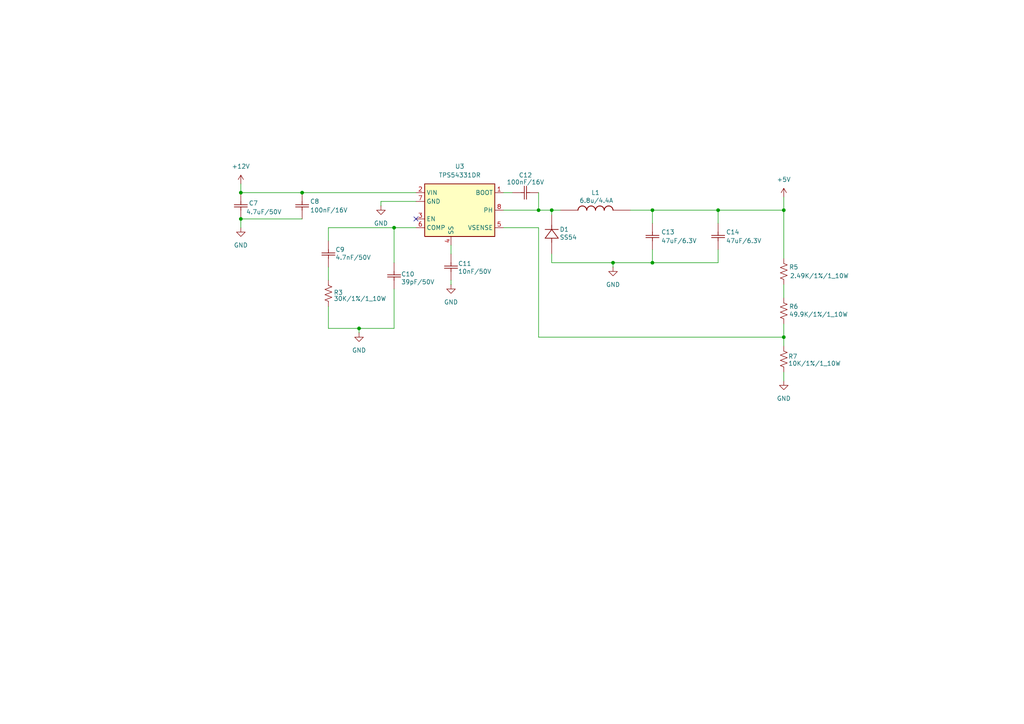
<source format=kicad_sch>
(kicad_sch
	(version 20231120)
	(generator "eeschema")
	(generator_version "8.0")
	(uuid "cd6fcc66-4825-49a0-ac42-4272cb7efec5")
	(paper "A4")
	(lib_symbols
		(symbol "charge_battery_sym_lib:Ceramic_Cap_SMD_100nF_16V"
			(pin_numbers hide)
			(pin_names hide)
			(exclude_from_sim no)
			(in_bom yes)
			(on_board yes)
			(property "Reference" "C"
				(at 1.016 2.794 0)
				(effects
					(font
						(size 1.27 1.27)
					)
				)
			)
			(property "Value" "100nF/16V"
				(at 0.254 5.334 0)
				(effects
					(font
						(size 1.27 1.27)
					)
				)
			)
			(property "Footprint" "charge_battery_footprint_lib:Ceramic_Cap_0603"
				(at -0.254 5.08 0)
				(effects
					(font
						(size 1.27 1.27)
					)
					(hide yes)
				)
			)
			(property "Datasheet" "https://www.mouser.vn/datasheet/2/40/KYOCERA_AutoMLCCKAM-3106308.pdf"
				(at 0.254 5.08 0)
				(effects
					(font
						(size 1.27 1.27)
					)
					(hide yes)
				)
			)
			(property "Description" "10%, 0603 (1608 Metric)"
				(at 1.016 5.588 0)
				(effects
					(font
						(size 1.27 1.27)
					)
					(hide yes)
				)
			)
			(property "Supply name" "Thegioiic"
				(at 1.27 5.08 0)
				(effects
					(font
						(size 1.27 1.27)
					)
					(hide yes)
				)
			)
			(property "Supply part number" "Tụ Gốm 0603 100nF (0.1uF) 16V"
				(at 1.27 5.588 0)
				(effects
					(font
						(size 1.27 1.27)
					)
					(hide yes)
				)
			)
			(property "Supply URL" "https://www.thegioiic.com/tu-gom-0603-100nf-0-1uf-16v"
				(at 0 5.08 0)
				(effects
					(font
						(size 1.27 1.27)
					)
					(hide yes)
				)
			)
			(symbol "Ceramic_Cap_SMD_100nF_16V_1_1"
				(polyline
					(pts
						(xy 1.27 0) (xy 2.2098 0)
					)
					(stroke
						(width 0.2032)
						(type default)
					)
					(fill
						(type none)
					)
				)
				(polyline
					(pts
						(xy 2.2098 -1.905) (xy 2.2098 1.905)
					)
					(stroke
						(width 0.2032)
						(type default)
					)
					(fill
						(type none)
					)
				)
				(polyline
					(pts
						(xy 2.8448 -1.905) (xy 2.8448 1.905)
					)
					(stroke
						(width 0.2032)
						(type default)
					)
					(fill
						(type none)
					)
				)
				(polyline
					(pts
						(xy 2.8448 0) (xy 3.81 0)
					)
					(stroke
						(width 0.2032)
						(type default)
					)
					(fill
						(type none)
					)
				)
				(pin unspecified line
					(at -1.27 0 0)
					(length 2.54)
					(name ""
						(effects
							(font
								(size 1.27 1.27)
							)
						)
					)
					(number "1"
						(effects
							(font
								(size 1.27 1.27)
							)
						)
					)
				)
				(pin unspecified line
					(at 6.35 0 180)
					(length 2.54)
					(name ""
						(effects
							(font
								(size 1.27 1.27)
							)
						)
					)
					(number "2"
						(effects
							(font
								(size 1.27 1.27)
							)
						)
					)
				)
			)
		)
		(symbol "charge_battery_sym_lib:Ceramic_Cap_SMD_10nF_50V"
			(pin_numbers hide)
			(pin_names hide)
			(exclude_from_sim no)
			(in_bom yes)
			(on_board yes)
			(property "Reference" "C"
				(at 2.286 2.794 0)
				(effects
					(font
						(size 1.27 1.27)
					)
				)
			)
			(property "Value" "10nF/50V"
				(at 0.254 5.334 0)
				(effects
					(font
						(size 1.27 1.27)
					)
				)
			)
			(property "Footprint" "charge_battery_footprint_lib:Ceramic_Cap_0603"
				(at -0.254 5.08 0)
				(effects
					(font
						(size 1.27 1.27)
					)
					(hide yes)
				)
			)
			(property "Datasheet" "https://www.mouser.vn/datasheet/2/40/KYOCERA_AutoMLCCKAM-3106308.pdf"
				(at 0.254 5.08 0)
				(effects
					(font
						(size 1.27 1.27)
					)
					(hide yes)
				)
			)
			(property "Description" "10%, 0603 (1608 Metric)"
				(at 1.016 5.588 0)
				(effects
					(font
						(size 1.27 1.27)
					)
					(hide yes)
				)
			)
			(property "Supply name" "Thegioiic"
				(at 1.27 5.08 0)
				(effects
					(font
						(size 1.27 1.27)
					)
					(hide yes)
				)
			)
			(property "Supply part number" "Tụ Gốm 0603 10nF 50V"
				(at 1.27 5.588 0)
				(effects
					(font
						(size 1.27 1.27)
					)
					(hide yes)
				)
			)
			(property "Supply URL" "https://www.thegioiic.com/tu-gom-0603-10nf-50v"
				(at 0 5.08 0)
				(effects
					(font
						(size 1.27 1.27)
					)
					(hide yes)
				)
			)
			(property "ki_keywords" "Ceramic_Cap_SMD_10uF_16V"
				(at 0 0 0)
				(effects
					(font
						(size 1.27 1.27)
					)
					(hide yes)
				)
			)
			(symbol "Ceramic_Cap_SMD_10nF_50V_1_1"
				(polyline
					(pts
						(xy 2.54 0) (xy 3.4798 0)
					)
					(stroke
						(width 0.2032)
						(type default)
					)
					(fill
						(type none)
					)
				)
				(polyline
					(pts
						(xy 3.4798 -1.905) (xy 3.4798 1.905)
					)
					(stroke
						(width 0.2032)
						(type default)
					)
					(fill
						(type none)
					)
				)
				(polyline
					(pts
						(xy 4.1148 -1.905) (xy 4.1148 1.905)
					)
					(stroke
						(width 0.2032)
						(type default)
					)
					(fill
						(type none)
					)
				)
				(polyline
					(pts
						(xy 4.1148 0) (xy 5.08 0)
					)
					(stroke
						(width 0.2032)
						(type default)
					)
					(fill
						(type none)
					)
				)
				(pin unspecified line
					(at 0 0 0)
					(length 2.54)
					(name ""
						(effects
							(font
								(size 1.27 1.27)
							)
						)
					)
					(number "1"
						(effects
							(font
								(size 1.27 1.27)
							)
						)
					)
				)
				(pin unspecified line
					(at 7.62 0 180)
					(length 2.54)
					(name ""
						(effects
							(font
								(size 1.27 1.27)
							)
						)
					)
					(number "2"
						(effects
							(font
								(size 1.27 1.27)
							)
						)
					)
				)
			)
		)
		(symbol "charge_battery_sym_lib:Ceramic_Cap_SMD_39pF_50V"
			(pin_numbers hide)
			(pin_names hide)
			(exclude_from_sim no)
			(in_bom yes)
			(on_board yes)
			(property "Reference" "C"
				(at 1.016 2.794 0)
				(effects
					(font
						(size 1.27 1.27)
					)
				)
			)
			(property "Value" "39pF/50V"
				(at 0.254 5.334 0)
				(effects
					(font
						(size 1.27 1.27)
					)
				)
			)
			(property "Footprint" "charge_battery_footprint_lib:Ceramic_Cap_0603"
				(at -0.254 5.08 0)
				(effects
					(font
						(size 1.27 1.27)
					)
					(hide yes)
				)
			)
			(property "Datasheet" ""
				(at 0.254 5.08 0)
				(effects
					(font
						(size 1.27 1.27)
					)
					(hide yes)
				)
			)
			(property "Description" "10%, 0603 (1608 Metric)"
				(at 1.016 5.588 0)
				(effects
					(font
						(size 1.27 1.27)
					)
					(hide yes)
				)
			)
			(property "Supply name" "Thegioiic"
				(at 1.27 5.08 0)
				(effects
					(font
						(size 1.27 1.27)
					)
					(hide yes)
				)
			)
			(property "Supply part number" "Tụ Gốm 0603 39pF 50V"
				(at 1.27 5.588 0)
				(effects
					(font
						(size 1.27 1.27)
					)
					(hide yes)
				)
			)
			(property "Supply URL" "https://www.thegioiic.com/tu-gom-0603-39pf-50v"
				(at 0 5.08 0)
				(effects
					(font
						(size 1.27 1.27)
					)
					(hide yes)
				)
			)
			(symbol "Ceramic_Cap_SMD_39pF_50V_1_1"
				(polyline
					(pts
						(xy 1.27 0) (xy 2.2098 0)
					)
					(stroke
						(width 0.2032)
						(type default)
					)
					(fill
						(type none)
					)
				)
				(polyline
					(pts
						(xy 2.2098 -1.905) (xy 2.2098 1.905)
					)
					(stroke
						(width 0.2032)
						(type default)
					)
					(fill
						(type none)
					)
				)
				(polyline
					(pts
						(xy 2.8448 -1.905) (xy 2.8448 1.905)
					)
					(stroke
						(width 0.2032)
						(type default)
					)
					(fill
						(type none)
					)
				)
				(polyline
					(pts
						(xy 2.8448 0) (xy 3.81 0)
					)
					(stroke
						(width 0.2032)
						(type default)
					)
					(fill
						(type none)
					)
				)
				(pin unspecified line
					(at -1.27 0 0)
					(length 2.54)
					(name ""
						(effects
							(font
								(size 1.27 1.27)
							)
						)
					)
					(number "1"
						(effects
							(font
								(size 1.27 1.27)
							)
						)
					)
				)
				(pin unspecified line
					(at 6.35 0 180)
					(length 2.54)
					(name ""
						(effects
							(font
								(size 1.27 1.27)
							)
						)
					)
					(number "2"
						(effects
							(font
								(size 1.27 1.27)
							)
						)
					)
				)
			)
		)
		(symbol "charge_battery_sym_lib:Ceramic_Cap_SMD_4.7nF_50V"
			(pin_numbers hide)
			(pin_names hide)
			(exclude_from_sim no)
			(in_bom yes)
			(on_board yes)
			(property "Reference" "C"
				(at 2.286 2.794 0)
				(effects
					(font
						(size 1.27 1.27)
					)
				)
			)
			(property "Value" "4.7nF/50V"
				(at 0.254 5.334 0)
				(effects
					(font
						(size 1.27 1.27)
					)
				)
			)
			(property "Footprint" "charge_battery_footprint_lib:Ceramic_Cap_0603"
				(at -0.254 5.08 0)
				(effects
					(font
						(size 1.27 1.27)
					)
					(hide yes)
				)
			)
			(property "Datasheet" ""
				(at 0.254 5.08 0)
				(effects
					(font
						(size 1.27 1.27)
					)
					(hide yes)
				)
			)
			(property "Description" "10%, 0603 (1608 Metric)"
				(at 1.016 5.588 0)
				(effects
					(font
						(size 1.27 1.27)
					)
					(hide yes)
				)
			)
			(property "Supply name" "Thegioiic"
				(at 1.27 5.08 0)
				(effects
					(font
						(size 1.27 1.27)
					)
					(hide yes)
				)
			)
			(property "Supply part number" "Tụ Gốm 0603 4.7nF 50V"
				(at 1.27 5.588 0)
				(effects
					(font
						(size 1.27 1.27)
					)
					(hide yes)
				)
			)
			(property "Supply URL" "https://www.thegioiic.com/tu-gom-0603-4-7nf-50v"
				(at 0 5.08 0)
				(effects
					(font
						(size 1.27 1.27)
					)
					(hide yes)
				)
			)
			(symbol "Ceramic_Cap_SMD_4.7nF_50V_1_1"
				(polyline
					(pts
						(xy 2.54 0) (xy 3.4798 0)
					)
					(stroke
						(width 0.2032)
						(type default)
					)
					(fill
						(type none)
					)
				)
				(polyline
					(pts
						(xy 3.4798 -1.905) (xy 3.4798 1.905)
					)
					(stroke
						(width 0.2032)
						(type default)
					)
					(fill
						(type none)
					)
				)
				(polyline
					(pts
						(xy 4.1148 -1.905) (xy 4.1148 1.905)
					)
					(stroke
						(width 0.2032)
						(type default)
					)
					(fill
						(type none)
					)
				)
				(polyline
					(pts
						(xy 4.1148 0) (xy 5.08 0)
					)
					(stroke
						(width 0.2032)
						(type default)
					)
					(fill
						(type none)
					)
				)
				(pin unspecified line
					(at 0 0 0)
					(length 2.54)
					(name ""
						(effects
							(font
								(size 1.27 1.27)
							)
						)
					)
					(number "1"
						(effects
							(font
								(size 1.27 1.27)
							)
						)
					)
				)
				(pin unspecified line
					(at 7.62 0 180)
					(length 2.54)
					(name ""
						(effects
							(font
								(size 1.27 1.27)
							)
						)
					)
					(number "2"
						(effects
							(font
								(size 1.27 1.27)
							)
						)
					)
				)
			)
		)
		(symbol "charge_battery_sym_lib:Ceramic_Cap_SMD_4.7uF_50V"
			(pin_numbers hide)
			(pin_names hide)
			(exclude_from_sim no)
			(in_bom yes)
			(on_board yes)
			(property "Reference" "C"
				(at 2.286 2.794 0)
				(effects
					(font
						(size 1.27 1.27)
					)
				)
			)
			(property "Value" "4.7uF/50V"
				(at 0.254 5.334 0)
				(effects
					(font
						(size 1.27 1.27)
					)
				)
			)
			(property "Footprint" "charge_battery_footprint_lib:Ceramic_Cap_0805"
				(at -0.254 5.08 0)
				(effects
					(font
						(size 1.27 1.27)
					)
					(hide yes)
				)
			)
			(property "Datasheet" "https://www.mouser.vn/datasheet/2/40/KYOCERA_AutoMLCCKAM-3106308.pdf"
				(at 0.254 5.08 0)
				(effects
					(font
						(size 1.27 1.27)
					)
					(hide yes)
				)
			)
			(property "Description" "10%, 0805 (2012 Metric)"
				(at 1.016 5.588 0)
				(effects
					(font
						(size 1.27 1.27)
					)
					(hide yes)
				)
			)
			(property "Supply name" "Thegioiic"
				(at 1.27 5.08 0)
				(effects
					(font
						(size 1.27 1.27)
					)
					(hide yes)
				)
			)
			(property "Supply part number" "Tụ Gốm 0805 4.7uF 50V"
				(at 1.27 5.588 0)
				(effects
					(font
						(size 1.27 1.27)
					)
					(hide yes)
				)
			)
			(property "Supply URL" "https://www.thegioiic.com/tu-gom-0805-4-7uf-50v"
				(at 0 5.08 0)
				(effects
					(font
						(size 1.27 1.27)
					)
					(hide yes)
				)
			)
			(property "ki_keywords" "Ceramic_Cap_SMD_4.7uF_50V"
				(at 0 0 0)
				(effects
					(font
						(size 1.27 1.27)
					)
					(hide yes)
				)
			)
			(symbol "Ceramic_Cap_SMD_4.7uF_50V_1_1"
				(polyline
					(pts
						(xy 2.54 0) (xy 3.4798 0)
					)
					(stroke
						(width 0.2032)
						(type default)
					)
					(fill
						(type none)
					)
				)
				(polyline
					(pts
						(xy 3.4798 -1.905) (xy 3.4798 1.905)
					)
					(stroke
						(width 0.2032)
						(type default)
					)
					(fill
						(type none)
					)
				)
				(polyline
					(pts
						(xy 4.1148 -1.905) (xy 4.1148 1.905)
					)
					(stroke
						(width 0.2032)
						(type default)
					)
					(fill
						(type none)
					)
				)
				(polyline
					(pts
						(xy 4.1148 0) (xy 5.08 0)
					)
					(stroke
						(width 0.2032)
						(type default)
					)
					(fill
						(type none)
					)
				)
				(pin unspecified line
					(at 0 0 0)
					(length 2.54)
					(name ""
						(effects
							(font
								(size 1.27 1.27)
							)
						)
					)
					(number "1"
						(effects
							(font
								(size 1.27 1.27)
							)
						)
					)
				)
				(pin unspecified line
					(at 7.62 0 180)
					(length 2.54)
					(name ""
						(effects
							(font
								(size 1.27 1.27)
							)
						)
					)
					(number "2"
						(effects
							(font
								(size 1.27 1.27)
							)
						)
					)
				)
			)
		)
		(symbol "charge_battery_sym_lib:Ceramic_Cap_SMD_47uF_6.3V"
			(pin_numbers hide)
			(pin_names hide)
			(exclude_from_sim no)
			(in_bom yes)
			(on_board yes)
			(property "Reference" "C"
				(at 2.286 2.794 0)
				(effects
					(font
						(size 1.27 1.27)
					)
				)
			)
			(property "Value" "47uF/6.3V"
				(at 0.254 5.334 0)
				(effects
					(font
						(size 1.27 1.27)
					)
				)
			)
			(property "Footprint" "charge_battery_footprint_lib:Ceramic_Cap_0805"
				(at -0.254 5.08 0)
				(effects
					(font
						(size 1.27 1.27)
					)
					(hide yes)
				)
			)
			(property "Datasheet" ""
				(at 0.254 5.08 0)
				(effects
					(font
						(size 1.27 1.27)
					)
					(hide yes)
				)
			)
			(property "Description" "10%, 0805 (2012 Metric)"
				(at 1.016 5.588 0)
				(effects
					(font
						(size 1.27 1.27)
					)
					(hide yes)
				)
			)
			(property "Supply name" "Thegioiic"
				(at 1.27 5.08 0)
				(effects
					(font
						(size 1.27 1.27)
					)
					(hide yes)
				)
			)
			(property "Supply part number" "Tụ Gốm 0805 47uF 6.3V"
				(at 1.27 5.588 0)
				(effects
					(font
						(size 1.27 1.27)
					)
					(hide yes)
				)
			)
			(property "Supply URL" "https://www.thegioiic.com/tu-gom-0805-47uf-6-3v"
				(at 0 5.08 0)
				(effects
					(font
						(size 1.27 1.27)
					)
					(hide yes)
				)
			)
			(symbol "Ceramic_Cap_SMD_47uF_6.3V_1_1"
				(polyline
					(pts
						(xy 2.54 0) (xy 3.4798 0)
					)
					(stroke
						(width 0.2032)
						(type default)
					)
					(fill
						(type none)
					)
				)
				(polyline
					(pts
						(xy 3.4798 -1.905) (xy 3.4798 1.905)
					)
					(stroke
						(width 0.2032)
						(type default)
					)
					(fill
						(type none)
					)
				)
				(polyline
					(pts
						(xy 4.1148 -1.905) (xy 4.1148 1.905)
					)
					(stroke
						(width 0.2032)
						(type default)
					)
					(fill
						(type none)
					)
				)
				(polyline
					(pts
						(xy 4.1148 0) (xy 5.08 0)
					)
					(stroke
						(width 0.2032)
						(type default)
					)
					(fill
						(type none)
					)
				)
				(pin unspecified line
					(at 0 0 0)
					(length 2.54)
					(name ""
						(effects
							(font
								(size 1.27 1.27)
							)
						)
					)
					(number "1"
						(effects
							(font
								(size 1.27 1.27)
							)
						)
					)
				)
				(pin unspecified line
					(at 7.62 0 180)
					(length 2.54)
					(name ""
						(effects
							(font
								(size 1.27 1.27)
							)
						)
					)
					(number "2"
						(effects
							(font
								(size 1.27 1.27)
							)
						)
					)
				)
			)
		)
		(symbol "charge_battery_sym_lib:Inductor_6.8u_4.4A"
			(pin_numbers hide)
			(pin_names hide)
			(exclude_from_sim no)
			(in_bom yes)
			(on_board yes)
			(property "Reference" "L"
				(at 16.51 6.35 0)
				(effects
					(font
						(size 1.27 1.27)
					)
					(justify left top)
				)
			)
			(property "Value" "6.8u/4.4A"
				(at 16.51 3.81 0)
				(effects
					(font
						(size 1.27 1.27)
					)
					(justify left top)
				)
			)
			(property "Footprint" "charge_battery_footprint_lib:Inductor_6.8u_4.4A"
				(at 16.51 -96.19 0)
				(effects
					(font
						(size 1.27 1.27)
					)
					(justify left top)
					(hide yes)
				)
			)
			(property "Datasheet" ""
				(at 16.51 -196.19 0)
				(effects
					(font
						(size 1.27 1.27)
					)
					(justify left top)
					(hide yes)
				)
			)
			(property "Description" "Shielded Radial Leaded Inductor"
				(at 0 0 0)
				(effects
					(font
						(size 1.27 1.27)
					)
					(hide yes)
				)
			)
			(property "Height" ""
				(at 16.51 -396.19 0)
				(effects
					(font
						(size 1.27 1.27)
					)
					(justify left top)
					(hide yes)
				)
			)
			(property "Supply Name" "TME"
				(at 0 0 0)
				(effects
					(font
						(size 1.27 1.27)
					)
					(hide yes)
				)
			)
			(property "Supply Part Number" "L8D43-6R8N"
				(at 16.51 -796.19 0)
				(effects
					(font
						(size 1.27 1.27)
					)
					(justify left top)
					(hide yes)
				)
			)
			(property "Supply URL" "http://www.tme.vn/Product.aspx?id=1383#page=pro_info"
				(at 0 0 0)
				(effects
					(font
						(size 1.27 1.27)
					)
					(hide yes)
				)
			)
			(property "ki_keywords" "Inductor_6.8u_4.4A"
				(at 0 0 0)
				(effects
					(font
						(size 1.27 1.27)
					)
					(hide yes)
				)
			)
			(symbol "Inductor_6.8u_4.4A_1_1"
				(arc
					(start 7.62 0)
					(mid 6.35 1.219)
					(end 5.08 0)
					(stroke
						(width 0.254)
						(type default)
					)
					(fill
						(type none)
					)
				)
				(arc
					(start 10.16 0)
					(mid 8.89 1.219)
					(end 7.62 0)
					(stroke
						(width 0.254)
						(type default)
					)
					(fill
						(type none)
					)
				)
				(arc
					(start 12.7 0)
					(mid 11.43 1.219)
					(end 10.16 0)
					(stroke
						(width 0.254)
						(type default)
					)
					(fill
						(type none)
					)
				)
				(arc
					(start 15.24 0)
					(mid 13.97 1.219)
					(end 12.7 0)
					(stroke
						(width 0.254)
						(type default)
					)
					(fill
						(type none)
					)
				)
				(pin passive line
					(at 0 0 0)
					(length 5.08)
					(name "1"
						(effects
							(font
								(size 1.27 1.27)
							)
						)
					)
					(number "1"
						(effects
							(font
								(size 1.27 1.27)
							)
						)
					)
				)
				(pin passive line
					(at 20.32 0 180)
					(length 5.08)
					(name "2"
						(effects
							(font
								(size 1.27 1.27)
							)
						)
					)
					(number "2"
						(effects
							(font
								(size 1.27 1.27)
							)
						)
					)
				)
			)
		)
		(symbol "charge_battery_sym_lib:Res_10K_0603_1%"
			(pin_numbers hide)
			(pin_names hide)
			(exclude_from_sim no)
			(in_bom yes)
			(on_board yes)
			(property "Reference" "R"
				(at 2.794 3.81 0)
				(effects
					(font
						(size 1.27 1.27)
					)
				)
			)
			(property "Value" "10K/1%/1_10W"
				(at 4.064 -2.54 0)
				(effects
					(font
						(size 1.27 1.27)
					)
				)
			)
			(property "Footprint" "charge_battery_footprint_lib:Res_0603"
				(at 39.878 11.43 90)
				(effects
					(font
						(size 1.27 1.27)
					)
					(hide yes)
				)
			)
			(property "Datasheet" "https://fscdn.rohm.com/en/products/databook/datasheet/passive/resistor/chip_resistor/esr-e.pdf"
				(at 39.624 0.762 90)
				(effects
					(font
						(size 1.27 1.27)
					)
					(hide yes)
				)
			)
			(property "Description" "Res 10 KOhm 0603 1%"
				(at 40.386 6.858 90)
				(effects
					(font
						(size 1.27 1.27)
					)
					(hide yes)
				)
			)
			(property "Supply name" "Thegioiic"
				(at 40.132 12.446 90)
				(effects
					(font
						(size 1.27 1.27)
					)
					(hide yes)
				)
			)
			(property "Supply part number" "Điện Trở 10 KOhm 0603 1%"
				(at 39.878 13.462 90)
				(effects
					(font
						(size 1.27 1.27)
					)
					(hide yes)
				)
			)
			(property "Supply URL" "https://www.thegioiic.com/dien-tro-10-kohm-0603-1-"
				(at 41.148 20.574 90)
				(effects
					(font
						(size 1.27 1.27)
					)
					(hide yes)
				)
			)
			(property "ki_keywords" "Res_10K_0603_1%"
				(at 0 0 0)
				(effects
					(font
						(size 1.27 1.27)
					)
					(hide yes)
				)
			)
			(symbol "Res_10K_0603_1%_0_1"
				(polyline
					(pts
						(xy 1.524 0) (xy 1.27 0)
					)
					(stroke
						(width 0)
						(type default)
					)
					(fill
						(type none)
					)
				)
				(polyline
					(pts
						(xy 6.096 0) (xy 6.35 0)
					)
					(stroke
						(width 0)
						(type default)
					)
					(fill
						(type none)
					)
				)
				(polyline
					(pts
						(xy 1.524 0) (xy 1.905 1.016) (xy 2.286 0) (xy 2.667 -1.016) (xy 3.048 0)
					)
					(stroke
						(width 0)
						(type default)
					)
					(fill
						(type none)
					)
				)
				(polyline
					(pts
						(xy 3.048 0) (xy 3.429 1.016) (xy 3.81 0) (xy 4.191 -1.016) (xy 4.572 0)
					)
					(stroke
						(width 0)
						(type default)
					)
					(fill
						(type none)
					)
				)
				(polyline
					(pts
						(xy 4.572 0) (xy 4.953 1.016) (xy 5.334 0) (xy 5.715 -1.016) (xy 6.096 0)
					)
					(stroke
						(width 0)
						(type default)
					)
					(fill
						(type none)
					)
				)
			)
			(symbol "Res_10K_0603_1%_1_1"
				(pin passive line
					(at 0 0 0)
					(length 1.27)
					(name "~"
						(effects
							(font
								(size 1.27 1.27)
							)
						)
					)
					(number "1"
						(effects
							(font
								(size 1.27 1.27)
							)
						)
					)
				)
				(pin passive line
					(at 7.62 0 180)
					(length 1.27)
					(name "~"
						(effects
							(font
								(size 1.27 1.27)
							)
						)
					)
					(number "2"
						(effects
							(font
								(size 1.27 1.27)
							)
						)
					)
				)
			)
		)
		(symbol "charge_battery_sym_lib:Res_2.49K_0603_1%"
			(pin_numbers hide)
			(pin_names hide)
			(exclude_from_sim no)
			(in_bom yes)
			(on_board yes)
			(property "Reference" "R"
				(at 3.556 2.54 0)
				(effects
					(font
						(size 1.27 1.27)
					)
				)
			)
			(property "Value" "2.49K/1%/1_10W"
				(at 4.064 -2.54 0)
				(effects
					(font
						(size 1.27 1.27)
					)
				)
			)
			(property "Footprint" "charge_battery_footprint_lib:Res_0603"
				(at 18.288 -15.494 0)
				(effects
					(font
						(size 1.27 1.27)
					)
					(hide yes)
				)
			)
			(property "Datasheet" ""
				(at 7.62 -15.24 0)
				(effects
					(font
						(size 1.27 1.27)
					)
					(hide yes)
				)
			)
			(property "Description" "Res 2.49 KOhm 0603 1%"
				(at 13.716 -16.002 0)
				(effects
					(font
						(size 1.27 1.27)
					)
					(hide yes)
				)
			)
			(property "Supply name" "Thegioiic"
				(at 19.304 -15.748 0)
				(effects
					(font
						(size 1.27 1.27)
					)
					(hide yes)
				)
			)
			(property "Supply part number" "Điện Trở 2.49 KOhm 0603 1%"
				(at 20.32 -15.494 0)
				(effects
					(font
						(size 1.27 1.27)
					)
					(hide yes)
				)
			)
			(property "Supply URL" "https://www.thegioiic.com/dien-tro-2-49-kohm-0603-1-"
				(at 27.432 -16.764 0)
				(effects
					(font
						(size 1.27 1.27)
					)
					(hide yes)
				)
			)
			(property "ki_keywords" "Res_2.49K_0603_1%"
				(at 0 0 0)
				(effects
					(font
						(size 1.27 1.27)
					)
					(hide yes)
				)
			)
			(symbol "Res_2.49K_0603_1%_0_1"
				(polyline
					(pts
						(xy 1.524 0) (xy 1.27 0)
					)
					(stroke
						(width 0)
						(type default)
					)
					(fill
						(type none)
					)
				)
				(polyline
					(pts
						(xy 6.096 0) (xy 6.35 0)
					)
					(stroke
						(width 0)
						(type default)
					)
					(fill
						(type none)
					)
				)
				(polyline
					(pts
						(xy 1.524 0) (xy 1.905 1.016) (xy 2.286 0) (xy 2.667 -1.016) (xy 3.048 0)
					)
					(stroke
						(width 0)
						(type default)
					)
					(fill
						(type none)
					)
				)
				(polyline
					(pts
						(xy 3.048 0) (xy 3.429 1.016) (xy 3.81 0) (xy 4.191 -1.016) (xy 4.572 0)
					)
					(stroke
						(width 0)
						(type default)
					)
					(fill
						(type none)
					)
				)
				(polyline
					(pts
						(xy 4.572 0) (xy 4.953 1.016) (xy 5.334 0) (xy 5.715 -1.016) (xy 6.096 0)
					)
					(stroke
						(width 0)
						(type default)
					)
					(fill
						(type none)
					)
				)
			)
			(symbol "Res_2.49K_0603_1%_1_1"
				(pin passive line
					(at 0 0 0)
					(length 1.27)
					(name "~"
						(effects
							(font
								(size 1.27 1.27)
							)
						)
					)
					(number "1"
						(effects
							(font
								(size 1.27 1.27)
							)
						)
					)
				)
				(pin passive line
					(at 7.62 0 180)
					(length 1.27)
					(name "~"
						(effects
							(font
								(size 1.27 1.27)
							)
						)
					)
					(number "2"
						(effects
							(font
								(size 1.27 1.27)
							)
						)
					)
				)
			)
		)
		(symbol "charge_battery_sym_lib:Res_30K_0603_1%"
			(pin_numbers hide)
			(pin_names hide)
			(exclude_from_sim no)
			(in_bom yes)
			(on_board yes)
			(property "Reference" "R"
				(at 2.794 3.81 0)
				(effects
					(font
						(size 1.27 1.27)
					)
				)
			)
			(property "Value" "30K/1%/1_10W"
				(at 4.064 -2.54 0)
				(effects
					(font
						(size 1.27 1.27)
					)
				)
			)
			(property "Footprint" "charge_battery_footprint_lib:Res_0603"
				(at 39.878 11.43 90)
				(effects
					(font
						(size 1.27 1.27)
					)
					(hide yes)
				)
			)
			(property "Datasheet" "https://fscdn.rohm.com/en/products/databook/datasheet/passive/resistor/chip_resistor/esr-e.pdf"
				(at 39.624 0.762 90)
				(effects
					(font
						(size 1.27 1.27)
					)
					(hide yes)
				)
			)
			(property "Description" "Res 30 KOhm 0603 1%"
				(at 40.386 6.858 90)
				(effects
					(font
						(size 1.27 1.27)
					)
					(hide yes)
				)
			)
			(property "Supply name" "Thegioiic"
				(at 40.132 12.446 90)
				(effects
					(font
						(size 1.27 1.27)
					)
					(hide yes)
				)
			)
			(property "Supply part number" "Điện Trở 30 KOhm 0603 1%"
				(at 39.878 13.462 90)
				(effects
					(font
						(size 1.27 1.27)
					)
					(hide yes)
				)
			)
			(property "Supply URL" "https://www.thegioiic.com/dien-tro-30-kohm-0603-1-"
				(at 41.148 20.574 90)
				(effects
					(font
						(size 1.27 1.27)
					)
					(hide yes)
				)
			)
			(property "ki_keywords" "Res_30K_0603_1%"
				(at 0 0 0)
				(effects
					(font
						(size 1.27 1.27)
					)
					(hide yes)
				)
			)
			(symbol "Res_30K_0603_1%_0_1"
				(polyline
					(pts
						(xy 1.524 0) (xy 1.27 0)
					)
					(stroke
						(width 0)
						(type default)
					)
					(fill
						(type none)
					)
				)
				(polyline
					(pts
						(xy 6.096 0) (xy 6.35 0)
					)
					(stroke
						(width 0)
						(type default)
					)
					(fill
						(type none)
					)
				)
				(polyline
					(pts
						(xy 1.524 0) (xy 1.905 1.016) (xy 2.286 0) (xy 2.667 -1.016) (xy 3.048 0)
					)
					(stroke
						(width 0)
						(type default)
					)
					(fill
						(type none)
					)
				)
				(polyline
					(pts
						(xy 3.048 0) (xy 3.429 1.016) (xy 3.81 0) (xy 4.191 -1.016) (xy 4.572 0)
					)
					(stroke
						(width 0)
						(type default)
					)
					(fill
						(type none)
					)
				)
				(polyline
					(pts
						(xy 4.572 0) (xy 4.953 1.016) (xy 5.334 0) (xy 5.715 -1.016) (xy 6.096 0)
					)
					(stroke
						(width 0)
						(type default)
					)
					(fill
						(type none)
					)
				)
			)
			(symbol "Res_30K_0603_1%_1_1"
				(pin passive line
					(at 0 0 0)
					(length 1.27)
					(name "~"
						(effects
							(font
								(size 1.27 1.27)
							)
						)
					)
					(number "1"
						(effects
							(font
								(size 1.27 1.27)
							)
						)
					)
				)
				(pin passive line
					(at 7.62 0 180)
					(length 1.27)
					(name "~"
						(effects
							(font
								(size 1.27 1.27)
							)
						)
					)
					(number "2"
						(effects
							(font
								(size 1.27 1.27)
							)
						)
					)
				)
			)
		)
		(symbol "charge_battery_sym_lib:Res_49.9K_0603_1%"
			(pin_numbers hide)
			(pin_names hide)
			(exclude_from_sim no)
			(in_bom yes)
			(on_board yes)
			(property "Reference" "R"
				(at 3.556 2.54 0)
				(effects
					(font
						(size 1.27 1.27)
					)
				)
			)
			(property "Value" "49.9K/1%/1_10W"
				(at 4.064 -2.54 0)
				(effects
					(font
						(size 1.27 1.27)
					)
				)
			)
			(property "Footprint" "charge_battery_footprint_lib:Res_0603"
				(at 18.288 -15.494 0)
				(effects
					(font
						(size 1.27 1.27)
					)
					(hide yes)
				)
			)
			(property "Datasheet" ""
				(at 7.62 -15.24 0)
				(effects
					(font
						(size 1.27 1.27)
					)
					(hide yes)
				)
			)
			(property "Description" "Res 49.9 KOhm 0603 1%"
				(at 13.716 -16.002 0)
				(effects
					(font
						(size 1.27 1.27)
					)
					(hide yes)
				)
			)
			(property "Supply name" "Thegioiic"
				(at 19.304 -15.748 0)
				(effects
					(font
						(size 1.27 1.27)
					)
					(hide yes)
				)
			)
			(property "Supply part number" "Điện Trở 49.9 KOhm 0603 1%"
				(at 20.32 -15.494 0)
				(effects
					(font
						(size 1.27 1.27)
					)
					(hide yes)
				)
			)
			(property "Supply URL" "https://www.thegioiic.com/dien-tro-49-9-kohm-0603-1-"
				(at 27.432 -16.764 0)
				(effects
					(font
						(size 1.27 1.27)
					)
					(hide yes)
				)
			)
			(property "ki_keywords" "Res_49.9K_0603_1%"
				(at 0 0 0)
				(effects
					(font
						(size 1.27 1.27)
					)
					(hide yes)
				)
			)
			(symbol "Res_49.9K_0603_1%_0_1"
				(polyline
					(pts
						(xy 1.524 0) (xy 1.27 0)
					)
					(stroke
						(width 0)
						(type default)
					)
					(fill
						(type none)
					)
				)
				(polyline
					(pts
						(xy 6.096 0) (xy 6.35 0)
					)
					(stroke
						(width 0)
						(type default)
					)
					(fill
						(type none)
					)
				)
				(polyline
					(pts
						(xy 1.524 0) (xy 1.905 1.016) (xy 2.286 0) (xy 2.667 -1.016) (xy 3.048 0)
					)
					(stroke
						(width 0)
						(type default)
					)
					(fill
						(type none)
					)
				)
				(polyline
					(pts
						(xy 3.048 0) (xy 3.429 1.016) (xy 3.81 0) (xy 4.191 -1.016) (xy 4.572 0)
					)
					(stroke
						(width 0)
						(type default)
					)
					(fill
						(type none)
					)
				)
				(polyline
					(pts
						(xy 4.572 0) (xy 4.953 1.016) (xy 5.334 0) (xy 5.715 -1.016) (xy 6.096 0)
					)
					(stroke
						(width 0)
						(type default)
					)
					(fill
						(type none)
					)
				)
			)
			(symbol "Res_49.9K_0603_1%_1_1"
				(pin passive line
					(at 0 0 0)
					(length 1.27)
					(name "~"
						(effects
							(font
								(size 1.27 1.27)
							)
						)
					)
					(number "1"
						(effects
							(font
								(size 1.27 1.27)
							)
						)
					)
				)
				(pin passive line
					(at 7.62 0 180)
					(length 1.27)
					(name "~"
						(effects
							(font
								(size 1.27 1.27)
							)
						)
					)
					(number "2"
						(effects
							(font
								(size 1.27 1.27)
							)
						)
					)
				)
			)
		)
		(symbol "charge_battery_sym_lib:SS54"
			(pin_numbers hide)
			(pin_names hide)
			(exclude_from_sim no)
			(in_bom yes)
			(on_board yes)
			(property "Reference" "D"
				(at -1.016 2.286 0)
				(effects
					(font
						(size 1.27 1.27)
					)
				)
			)
			(property "Value" "SS54"
				(at 2.54 -2.794 0)
				(effects
					(font
						(size 1.27 1.27)
					)
				)
			)
			(property "Footprint" "charge_battery_footprint_lib:D_SMA"
				(at 3.048 7.366 0)
				(effects
					(font
						(size 1.27 1.27)
					)
					(hide yes)
				)
			)
			(property "Datasheet" "https://www.thegioiic.com/upload/documents/dc8a63b3eda4738bc390d9dc570a4e18.pdf"
				(at -7.874 7.112 0)
				(effects
					(font
						(size 1.27 1.27)
					)
					(hide yes)
				)
			)
			(property "Description" "Diode Shotky SS54 1N5824 5A 40V"
				(at -3.048 7.112 0)
				(effects
					(font
						(size 1.27 1.27)
					)
					(hide yes)
				)
			)
			(property "Supply name" "Thegioiic"
				(at 1.016 7.112 0)
				(effects
					(font
						(size 1.27 1.27)
					)
					(hide yes)
				)
			)
			(property "Supply part number" "SS54 SMA Diode Shotky 5A 40V"
				(at -1.016 6.858 0)
				(effects
					(font
						(size 1.27 1.27)
					)
					(hide yes)
				)
			)
			(property "Supply URL" "https://www.thegioiic.com/ss54-sma-diode-shotky-5a-40v"
				(at -7.874 7.112 0)
				(effects
					(font
						(size 1.27 1.27)
					)
					(hide yes)
				)
			)
			(symbol "SS54_0_1"
				(polyline
					(pts
						(xy -0.508 0) (xy 0.635 0)
					)
					(stroke
						(width 0.2032)
						(type default)
					)
					(fill
						(type none)
					)
				)
				(polyline
					(pts
						(xy 0.762 -1.905) (xy 3.302 0)
					)
					(stroke
						(width 0.2032)
						(type default)
					)
					(fill
						(type none)
					)
				)
				(polyline
					(pts
						(xy 0.762 1.905) (xy 0.762 -1.905)
					)
					(stroke
						(width 0.2032)
						(type default)
					)
					(fill
						(type none)
					)
				)
				(polyline
					(pts
						(xy 3.302 -1.905) (xy 3.302 1.905)
					)
					(stroke
						(width 0.2032)
						(type default)
					)
					(fill
						(type none)
					)
				)
				(polyline
					(pts
						(xy 3.302 0) (xy 0.762 1.905)
					)
					(stroke
						(width 0.2032)
						(type default)
					)
					(fill
						(type none)
					)
				)
				(polyline
					(pts
						(xy 3.302 0) (xy 4.572 0)
					)
					(stroke
						(width 0.2032)
						(type default)
					)
					(fill
						(type none)
					)
				)
			)
			(symbol "SS54_1_1"
				(pin unspecified line
					(at -3.81 0 0)
					(length 3.81)
					(name "A"
						(effects
							(font
								(size 1.27 1.27)
							)
						)
					)
					(number "1"
						(effects
							(font
								(size 1.27 1.27)
							)
						)
					)
				)
				(pin unspecified line
					(at 7.62 0 180)
					(length 3.81)
					(name "K"
						(effects
							(font
								(size 1.27 1.27)
							)
						)
					)
					(number "2"
						(effects
							(font
								(size 1.27 1.27)
							)
						)
					)
				)
			)
		)
		(symbol "charge_battery_sym_lib:TPS54331DR"
			(exclude_from_sim no)
			(in_bom yes)
			(on_board yes)
			(property "Reference" "U"
				(at 1.27 16.51 0)
				(effects
					(font
						(size 1.27 1.27)
					)
				)
			)
			(property "Value" "TPS54331DR"
				(at 13.97 16.51 0)
				(effects
					(font
						(size 1.27 1.27)
					)
				)
			)
			(property "Footprint" "charge_battery_footprint_lib:SOIC-8"
				(at 0.762 -21.844 0)
				(effects
					(font
						(size 1.27 1.27)
					)
					(hide yes)
				)
			)
			(property "Datasheet" "http://www.ti.com/lit/ds/symlink/tps54336a.pdf"
				(at 11.684 -21.336 0)
				(effects
					(font
						(size 1.27 1.27)
					)
					(hide yes)
				)
			)
			(property "Description" " 4.5V to 28V Input, 3A, Synchronous Step-Down Converter with Eco-mode(tm)"
				(at 9.652 -21.082 0)
				(effects
					(font
						(size 1.27 1.27)
					)
					(hide yes)
				)
			)
			(property "Supply name" "Thegioiic"
				(at -11.176 -22.098 0)
				(effects
					(font
						(size 1.27 1.27)
					)
					(hide yes)
				)
			)
			(property "Supply part name" "TPS54331DR IC Điều Chỉnh Giảm Áp 3A 8-SOIC"
				(at -2.54 -22.606 0)
				(effects
					(font
						(size 1.27 1.27)
					)
					(hide yes)
				)
			)
			(property "Supply URL" "https://thegioiic.com/tps54331dr-ic-dieu-chinh-giam-ap-3a-8-soic"
				(at 4.572 -22.352 0)
				(effects
					(font
						(size 1.27 1.27)
					)
					(hide yes)
				)
			)
			(property "ki_keywords" "Step-Down DC-DC Switching Regulator"
				(at 0 0 0)
				(effects
					(font
						(size 1.27 1.27)
					)
					(hide yes)
				)
			)
			(property "ki_fp_filters" "TI*SO*PowerPAD*ThermalVias*"
				(at 0 0 0)
				(effects
					(font
						(size 1.27 1.27)
					)
					(hide yes)
				)
			)
			(symbol "TPS54331DR_1_1"
				(rectangle
					(start 0 15.24)
					(end 20.32 0)
					(stroke
						(width 0.254)
						(type default)
					)
					(fill
						(type background)
					)
				)
				(pin output line
					(at 22.86 12.7 180)
					(length 2.54)
					(name "BOOT"
						(effects
							(font
								(size 1.27 1.27)
							)
						)
					)
					(number "1"
						(effects
							(font
								(size 1.27 1.27)
							)
						)
					)
				)
				(pin power_in line
					(at -2.54 12.7 0)
					(length 2.54)
					(name "VIN"
						(effects
							(font
								(size 1.27 1.27)
							)
						)
					)
					(number "2"
						(effects
							(font
								(size 1.27 1.27)
							)
						)
					)
				)
				(pin output line
					(at -2.54 5.08 0)
					(length 2.54)
					(name "EN"
						(effects
							(font
								(size 1.27 1.27)
							)
						)
					)
					(number "3"
						(effects
							(font
								(size 1.27 1.27)
							)
						)
					)
				)
				(pin power_in line
					(at 7.62 -2.54 90)
					(length 2.54)
					(name "SS"
						(effects
							(font
								(size 1.27 1.27)
							)
						)
					)
					(number "4"
						(effects
							(font
								(size 1.27 1.27)
							)
						)
					)
				)
				(pin input line
					(at 22.86 2.54 180)
					(length 2.54)
					(name "VSENSE"
						(effects
							(font
								(size 1.27 1.27)
							)
						)
					)
					(number "5"
						(effects
							(font
								(size 1.27 1.27)
							)
						)
					)
				)
				(pin output line
					(at -2.54 2.54 0)
					(length 2.54)
					(name "COMP"
						(effects
							(font
								(size 1.27 1.27)
							)
						)
					)
					(number "6"
						(effects
							(font
								(size 1.27 1.27)
							)
						)
					)
				)
				(pin power_in line
					(at -2.54 10.16 0)
					(length 2.54)
					(name "GND"
						(effects
							(font
								(size 1.27 1.27)
							)
						)
					)
					(number "7"
						(effects
							(font
								(size 1.27 1.27)
							)
						)
					)
				)
				(pin output line
					(at 22.86 7.62 180)
					(length 2.54)
					(name "PH"
						(effects
							(font
								(size 1.27 1.27)
							)
						)
					)
					(number "8"
						(effects
							(font
								(size 1.27 1.27)
							)
						)
					)
				)
			)
		)
		(symbol "power:+12V"
			(power)
			(pin_numbers hide)
			(pin_names
				(offset 0) hide)
			(exclude_from_sim no)
			(in_bom yes)
			(on_board yes)
			(property "Reference" "#PWR"
				(at 0 -3.81 0)
				(effects
					(font
						(size 1.27 1.27)
					)
					(hide yes)
				)
			)
			(property "Value" "+12V"
				(at 0 3.556 0)
				(effects
					(font
						(size 1.27 1.27)
					)
				)
			)
			(property "Footprint" ""
				(at 0 0 0)
				(effects
					(font
						(size 1.27 1.27)
					)
					(hide yes)
				)
			)
			(property "Datasheet" ""
				(at 0 0 0)
				(effects
					(font
						(size 1.27 1.27)
					)
					(hide yes)
				)
			)
			(property "Description" "Power symbol creates a global label with name \"+12V\""
				(at 0 0 0)
				(effects
					(font
						(size 1.27 1.27)
					)
					(hide yes)
				)
			)
			(property "ki_keywords" "global power"
				(at 0 0 0)
				(effects
					(font
						(size 1.27 1.27)
					)
					(hide yes)
				)
			)
			(symbol "+12V_0_1"
				(polyline
					(pts
						(xy -0.762 1.27) (xy 0 2.54)
					)
					(stroke
						(width 0)
						(type default)
					)
					(fill
						(type none)
					)
				)
				(polyline
					(pts
						(xy 0 0) (xy 0 2.54)
					)
					(stroke
						(width 0)
						(type default)
					)
					(fill
						(type none)
					)
				)
				(polyline
					(pts
						(xy 0 2.54) (xy 0.762 1.27)
					)
					(stroke
						(width 0)
						(type default)
					)
					(fill
						(type none)
					)
				)
			)
			(symbol "+12V_1_1"
				(pin power_in line
					(at 0 0 90)
					(length 0)
					(name "~"
						(effects
							(font
								(size 1.27 1.27)
							)
						)
					)
					(number "1"
						(effects
							(font
								(size 1.27 1.27)
							)
						)
					)
				)
			)
		)
		(symbol "power:+5V"
			(power)
			(pin_numbers hide)
			(pin_names
				(offset 0) hide)
			(exclude_from_sim no)
			(in_bom yes)
			(on_board yes)
			(property "Reference" "#PWR"
				(at 0 -3.81 0)
				(effects
					(font
						(size 1.27 1.27)
					)
					(hide yes)
				)
			)
			(property "Value" "+5V"
				(at 0 3.556 0)
				(effects
					(font
						(size 1.27 1.27)
					)
				)
			)
			(property "Footprint" ""
				(at 0 0 0)
				(effects
					(font
						(size 1.27 1.27)
					)
					(hide yes)
				)
			)
			(property "Datasheet" ""
				(at 0 0 0)
				(effects
					(font
						(size 1.27 1.27)
					)
					(hide yes)
				)
			)
			(property "Description" "Power symbol creates a global label with name \"+5V\""
				(at 0 0 0)
				(effects
					(font
						(size 1.27 1.27)
					)
					(hide yes)
				)
			)
			(property "ki_keywords" "global power"
				(at 0 0 0)
				(effects
					(font
						(size 1.27 1.27)
					)
					(hide yes)
				)
			)
			(symbol "+5V_0_1"
				(polyline
					(pts
						(xy -0.762 1.27) (xy 0 2.54)
					)
					(stroke
						(width 0)
						(type default)
					)
					(fill
						(type none)
					)
				)
				(polyline
					(pts
						(xy 0 0) (xy 0 2.54)
					)
					(stroke
						(width 0)
						(type default)
					)
					(fill
						(type none)
					)
				)
				(polyline
					(pts
						(xy 0 2.54) (xy 0.762 1.27)
					)
					(stroke
						(width 0)
						(type default)
					)
					(fill
						(type none)
					)
				)
			)
			(symbol "+5V_1_1"
				(pin power_in line
					(at 0 0 90)
					(length 0)
					(name "~"
						(effects
							(font
								(size 1.27 1.27)
							)
						)
					)
					(number "1"
						(effects
							(font
								(size 1.27 1.27)
							)
						)
					)
				)
			)
		)
		(symbol "power:GND"
			(power)
			(pin_numbers hide)
			(pin_names
				(offset 0) hide)
			(exclude_from_sim no)
			(in_bom yes)
			(on_board yes)
			(property "Reference" "#PWR"
				(at 0 -6.35 0)
				(effects
					(font
						(size 1.27 1.27)
					)
					(hide yes)
				)
			)
			(property "Value" "GND"
				(at 0 -3.81 0)
				(effects
					(font
						(size 1.27 1.27)
					)
				)
			)
			(property "Footprint" ""
				(at 0 0 0)
				(effects
					(font
						(size 1.27 1.27)
					)
					(hide yes)
				)
			)
			(property "Datasheet" ""
				(at 0 0 0)
				(effects
					(font
						(size 1.27 1.27)
					)
					(hide yes)
				)
			)
			(property "Description" "Power symbol creates a global label with name \"GND\" , ground"
				(at 0 0 0)
				(effects
					(font
						(size 1.27 1.27)
					)
					(hide yes)
				)
			)
			(property "ki_keywords" "global power"
				(at 0 0 0)
				(effects
					(font
						(size 1.27 1.27)
					)
					(hide yes)
				)
			)
			(symbol "GND_0_1"
				(polyline
					(pts
						(xy 0 0) (xy 0 -1.27) (xy 1.27 -1.27) (xy 0 -2.54) (xy -1.27 -1.27) (xy 0 -1.27)
					)
					(stroke
						(width 0)
						(type default)
					)
					(fill
						(type none)
					)
				)
			)
			(symbol "GND_1_1"
				(pin power_in line
					(at 0 0 270)
					(length 0)
					(name "~"
						(effects
							(font
								(size 1.27 1.27)
							)
						)
					)
					(number "1"
						(effects
							(font
								(size 1.27 1.27)
							)
						)
					)
				)
			)
		)
	)
	(junction
		(at 208.28 60.96)
		(diameter 0)
		(color 0 0 0 0)
		(uuid "033d168b-f5df-454b-9f1e-a390c04a5ecf")
	)
	(junction
		(at 114.3 66.04)
		(diameter 0)
		(color 0 0 0 0)
		(uuid "0a6d308e-fa83-4647-b309-4e1a6f554d68")
	)
	(junction
		(at 69.85 55.88)
		(diameter 0)
		(color 0 0 0 0)
		(uuid "14698808-f075-4d46-99d1-76d5b8c659c7")
	)
	(junction
		(at 177.8 76.2)
		(diameter 0)
		(color 0 0 0 0)
		(uuid "14e18b3b-c167-4f3e-90f2-eba73c527cc1")
	)
	(junction
		(at 87.63 55.88)
		(diameter 0)
		(color 0 0 0 0)
		(uuid "2e55b620-bf06-49e4-9c94-a4ba2bb37d95")
	)
	(junction
		(at 156.21 60.96)
		(diameter 0)
		(color 0 0 0 0)
		(uuid "6703640d-11a4-4d14-98e3-3ab1f17c39e7")
	)
	(junction
		(at 189.23 76.2)
		(diameter 0)
		(color 0 0 0 0)
		(uuid "6f9e943d-3c08-491e-b162-8cd8e653de01")
	)
	(junction
		(at 69.85 63.5)
		(diameter 0)
		(color 0 0 0 0)
		(uuid "74d29822-b167-40c9-b6d7-f2c3aa805c07")
	)
	(junction
		(at 227.33 97.79)
		(diameter 0)
		(color 0 0 0 0)
		(uuid "a0036788-bdea-45f2-9853-47f367b16e9c")
	)
	(junction
		(at 189.23 60.96)
		(diameter 0)
		(color 0 0 0 0)
		(uuid "d633e0f6-6a3a-4c8e-b6a1-f10a81b44655")
	)
	(junction
		(at 160.02 60.96)
		(diameter 0)
		(color 0 0 0 0)
		(uuid "db0809b9-0e07-4f01-8d22-ae89619fa633")
	)
	(junction
		(at 104.14 95.25)
		(diameter 0)
		(color 0 0 0 0)
		(uuid "f78f07f3-0150-467e-9180-6d89c73a4646")
	)
	(junction
		(at 227.33 60.96)
		(diameter 0)
		(color 0 0 0 0)
		(uuid "fe74fa70-d364-4514-a94e-441b090276d3")
	)
	(no_connect
		(at 120.65 63.5)
		(uuid "5e3f9b73-3180-4435-a7a2-499544650445")
	)
	(wire
		(pts
			(xy 160.02 60.96) (xy 162.56 60.96)
		)
		(stroke
			(width 0)
			(type default)
		)
		(uuid "049a11d1-4876-40a4-b1c7-e658f594224b")
	)
	(wire
		(pts
			(xy 69.85 63.5) (xy 87.63 63.5)
		)
		(stroke
			(width 0)
			(type default)
		)
		(uuid "06c245bb-5334-4e25-8de1-556cb0b3d0e3")
	)
	(wire
		(pts
			(xy 177.8 76.2) (xy 177.8 77.47)
		)
		(stroke
			(width 0)
			(type default)
		)
		(uuid "0d8b88c2-642f-448a-b289-80a43a54a35d")
	)
	(wire
		(pts
			(xy 104.14 95.25) (xy 95.25 95.25)
		)
		(stroke
			(width 0)
			(type default)
		)
		(uuid "165d0fb0-59c9-48fe-bd06-45706da6f50a")
	)
	(wire
		(pts
			(xy 69.85 55.88) (xy 87.63 55.88)
		)
		(stroke
			(width 0)
			(type default)
		)
		(uuid "198f152d-bfc3-4b3e-9321-6162e2e9c374")
	)
	(wire
		(pts
			(xy 87.63 55.88) (xy 120.65 55.88)
		)
		(stroke
			(width 0)
			(type default)
		)
		(uuid "1bf64462-4b70-4dcf-a41f-bbe30367e9c6")
	)
	(wire
		(pts
			(xy 160.02 62.23) (xy 160.02 60.96)
		)
		(stroke
			(width 0)
			(type default)
		)
		(uuid "1f6edd75-0bac-4b5a-a724-59cde02a0cff")
	)
	(wire
		(pts
			(xy 95.25 77.47) (xy 95.25 81.28)
		)
		(stroke
			(width 0)
			(type default)
		)
		(uuid "1fc0433d-a77d-416d-af40-a8e50b254d81")
	)
	(wire
		(pts
			(xy 182.88 60.96) (xy 189.23 60.96)
		)
		(stroke
			(width 0)
			(type default)
		)
		(uuid "255aeca2-c0bf-46fa-837d-16ac9ab8809a")
	)
	(wire
		(pts
			(xy 114.3 95.25) (xy 104.14 95.25)
		)
		(stroke
			(width 0)
			(type default)
		)
		(uuid "27bb4a2a-028e-4261-8ba9-d7df6b0632f5")
	)
	(wire
		(pts
			(xy 130.81 71.12) (xy 130.81 73.66)
		)
		(stroke
			(width 0)
			(type default)
		)
		(uuid "2d272f15-5bab-4d5a-8296-eca2d92d2fa4")
	)
	(wire
		(pts
			(xy 227.33 107.95) (xy 227.33 110.49)
		)
		(stroke
			(width 0)
			(type default)
		)
		(uuid "36bcb292-c27e-4d21-b652-df0b57b3a7a1")
	)
	(wire
		(pts
			(xy 189.23 64.77) (xy 189.23 60.96)
		)
		(stroke
			(width 0)
			(type default)
		)
		(uuid "373ce30b-242a-4ffb-aa26-1ed01039de93")
	)
	(wire
		(pts
			(xy 227.33 93.98) (xy 227.33 97.79)
		)
		(stroke
			(width 0)
			(type default)
		)
		(uuid "3cf34d74-2ffd-4939-97a3-c7778471c843")
	)
	(wire
		(pts
			(xy 104.14 96.52) (xy 104.14 95.25)
		)
		(stroke
			(width 0)
			(type default)
		)
		(uuid "44809b06-eef1-45da-bccc-418ade3afd2f")
	)
	(wire
		(pts
			(xy 208.28 60.96) (xy 189.23 60.96)
		)
		(stroke
			(width 0)
			(type default)
		)
		(uuid "4fdda1ec-4c27-46c1-855e-59d5be049fbb")
	)
	(wire
		(pts
			(xy 156.21 60.96) (xy 160.02 60.96)
		)
		(stroke
			(width 0)
			(type default)
		)
		(uuid "51ad0a78-736d-44ab-b7dc-2ed85dc49245")
	)
	(wire
		(pts
			(xy 130.81 82.55) (xy 130.81 81.28)
		)
		(stroke
			(width 0)
			(type default)
		)
		(uuid "557dd368-aeae-468c-9527-c3fb4bf7cb3f")
	)
	(wire
		(pts
			(xy 208.28 60.96) (xy 227.33 60.96)
		)
		(stroke
			(width 0)
			(type default)
		)
		(uuid "5bf2bc54-438e-4b19-9b11-44b24253e1d2")
	)
	(wire
		(pts
			(xy 177.8 76.2) (xy 189.23 76.2)
		)
		(stroke
			(width 0)
			(type default)
		)
		(uuid "69329399-7044-4d93-86b0-ef23f52d66b0")
	)
	(wire
		(pts
			(xy 146.05 55.88) (xy 148.59 55.88)
		)
		(stroke
			(width 0)
			(type default)
		)
		(uuid "693b479c-75b8-42ba-bfdb-da2457d68506")
	)
	(wire
		(pts
			(xy 160.02 73.66) (xy 160.02 76.2)
		)
		(stroke
			(width 0)
			(type default)
		)
		(uuid "6b9fddc5-f799-4548-84e1-090274daa556")
	)
	(wire
		(pts
			(xy 208.28 76.2) (xy 189.23 76.2)
		)
		(stroke
			(width 0)
			(type default)
		)
		(uuid "6cec05fa-5398-405e-9749-495068781e12")
	)
	(wire
		(pts
			(xy 120.65 66.04) (xy 114.3 66.04)
		)
		(stroke
			(width 0)
			(type default)
		)
		(uuid "7885142d-1bdd-4316-9d18-f44396d4a369")
	)
	(wire
		(pts
			(xy 114.3 66.04) (xy 114.3 76.2)
		)
		(stroke
			(width 0)
			(type default)
		)
		(uuid "7a8de5d6-8e61-4001-95d1-1af00903621a")
	)
	(wire
		(pts
			(xy 227.33 57.15) (xy 227.33 60.96)
		)
		(stroke
			(width 0)
			(type default)
		)
		(uuid "806c6243-8017-4129-baa3-ffb73ae171f6")
	)
	(wire
		(pts
			(xy 114.3 83.82) (xy 114.3 95.25)
		)
		(stroke
			(width 0)
			(type default)
		)
		(uuid "83f8a884-7999-44e3-bb1f-6c0d9c6aa365")
	)
	(wire
		(pts
			(xy 69.85 53.34) (xy 69.85 55.88)
		)
		(stroke
			(width 0)
			(type default)
		)
		(uuid "8905419d-687f-45ab-8070-fec5c429f84e")
	)
	(wire
		(pts
			(xy 120.65 58.42) (xy 110.49 58.42)
		)
		(stroke
			(width 0)
			(type default)
		)
		(uuid "8ca6cea9-c9fe-441e-9dfd-a666c1a9c05b")
	)
	(wire
		(pts
			(xy 146.05 60.96) (xy 156.21 60.96)
		)
		(stroke
			(width 0)
			(type default)
		)
		(uuid "8d1a5525-d6c4-4e2e-a0f0-e6a93e526bee")
	)
	(wire
		(pts
			(xy 156.21 66.04) (xy 156.21 97.79)
		)
		(stroke
			(width 0)
			(type default)
		)
		(uuid "95d89d49-981c-496c-8e33-6bacb00e3168")
	)
	(wire
		(pts
			(xy 156.21 55.88) (xy 156.21 60.96)
		)
		(stroke
			(width 0)
			(type default)
		)
		(uuid "9ca95c7d-be34-4f56-a061-cbd7cb0c4184")
	)
	(wire
		(pts
			(xy 95.25 66.04) (xy 95.25 69.85)
		)
		(stroke
			(width 0)
			(type default)
		)
		(uuid "b0862176-746b-4caf-8e35-ce4b86ef1ef8")
	)
	(wire
		(pts
			(xy 208.28 64.77) (xy 208.28 60.96)
		)
		(stroke
			(width 0)
			(type default)
		)
		(uuid "b1387140-a123-42ba-8866-9efd55e15b82")
	)
	(wire
		(pts
			(xy 69.85 63.5) (xy 69.85 66.04)
		)
		(stroke
			(width 0)
			(type default)
		)
		(uuid "b7c26a44-73cf-4827-963a-ad2f3a721e52")
	)
	(wire
		(pts
			(xy 227.33 82.55) (xy 227.33 86.36)
		)
		(stroke
			(width 0)
			(type default)
		)
		(uuid "bcc18dc8-a512-4d19-91ee-db6fa207f6ac")
	)
	(wire
		(pts
			(xy 110.49 58.42) (xy 110.49 59.69)
		)
		(stroke
			(width 0)
			(type default)
		)
		(uuid "bec05521-d90f-4811-ba83-c933f3bb275c")
	)
	(wire
		(pts
			(xy 208.28 72.39) (xy 208.28 76.2)
		)
		(stroke
			(width 0)
			(type default)
		)
		(uuid "d1ce533c-0735-4400-8640-7c5733641e3b")
	)
	(wire
		(pts
			(xy 227.33 60.96) (xy 227.33 74.93)
		)
		(stroke
			(width 0)
			(type default)
		)
		(uuid "d8858ef3-bd60-4b7b-b787-e6027e5f0608")
	)
	(wire
		(pts
			(xy 160.02 76.2) (xy 177.8 76.2)
		)
		(stroke
			(width 0)
			(type default)
		)
		(uuid "e0f4f805-bde6-45aa-8570-dfd0d8bd24a7")
	)
	(wire
		(pts
			(xy 189.23 76.2) (xy 189.23 72.39)
		)
		(stroke
			(width 0)
			(type default)
		)
		(uuid "e669e79d-26f6-4014-9b9e-30c74c0090f5")
	)
	(wire
		(pts
			(xy 95.25 66.04) (xy 114.3 66.04)
		)
		(stroke
			(width 0)
			(type default)
		)
		(uuid "eada6fb2-2d28-4b59-a164-9daecefc38d1")
	)
	(wire
		(pts
			(xy 146.05 66.04) (xy 156.21 66.04)
		)
		(stroke
			(width 0)
			(type default)
		)
		(uuid "ef137a3e-056c-4984-b78e-13f1ebd5f16f")
	)
	(wire
		(pts
			(xy 95.25 88.9) (xy 95.25 95.25)
		)
		(stroke
			(width 0)
			(type default)
		)
		(uuid "f55599ac-8b65-4c3f-a56a-4b4db4b9f536")
	)
	(wire
		(pts
			(xy 156.21 97.79) (xy 227.33 97.79)
		)
		(stroke
			(width 0)
			(type default)
		)
		(uuid "f58d6712-82bb-4ccc-9d5a-4b4772484f99")
	)
	(wire
		(pts
			(xy 227.33 97.79) (xy 227.33 100.33)
		)
		(stroke
			(width 0)
			(type default)
		)
		(uuid "f7c049c6-a552-4872-828c-e7067f6834e2")
	)
	(symbol
		(lib_id "charge_battery_sym_lib:Ceramic_Cap_SMD_4.7uF_50V")
		(at 69.85 63.5 90)
		(unit 1)
		(exclude_from_sim no)
		(in_bom yes)
		(on_board yes)
		(dnp no)
		(uuid "023441c6-3cff-43ac-9579-ccfe18492bff")
		(property "Reference" "C7"
			(at 72.136 58.928 90)
			(effects
				(font
					(size 1.27 1.27)
				)
				(justify right)
			)
		)
		(property "Value" "4.7uF/50V"
			(at 71.374 61.468 90)
			(effects
				(font
					(size 1.27 1.27)
				)
				(justify right)
			)
		)
		(property "Footprint" "charge_battery_footprint_lib:Ceramic_Cap_0805"
			(at 64.77 63.754 0)
			(effects
				(font
					(size 1.27 1.27)
				)
				(hide yes)
			)
		)
		(property "Datasheet" "https://www.mouser.vn/datasheet/2/40/KYOCERA_AutoMLCCKAM-3106308.pdf"
			(at 64.77 63.246 0)
			(effects
				(font
					(size 1.27 1.27)
				)
				(hide yes)
			)
		)
		(property "Description" "10%, 0805 (2012 Metric)"
			(at 64.262 62.484 0)
			(effects
				(font
					(size 1.27 1.27)
				)
				(hide yes)
			)
		)
		(property "Supply name" "Thegioiic"
			(at 64.77 62.23 0)
			(effects
				(font
					(size 1.27 1.27)
				)
				(hide yes)
			)
		)
		(property "Supply part number" "Tụ Gốm 0805 4.7uF 50V"
			(at 64.262 62.23 0)
			(effects
				(font
					(size 1.27 1.27)
				)
				(hide yes)
			)
		)
		(property "Supply URL" "https://www.thegioiic.com/tu-gom-0805-4-7uf-50v"
			(at 64.77 63.5 0)
			(effects
				(font
					(size 1.27 1.27)
				)
				(hide yes)
			)
		)
		(pin "1"
			(uuid "c3b1a07c-fbf2-4485-bdea-4ec6e11f7659")
		)
		(pin "2"
			(uuid "bd02e8b8-e93a-4328-8fa7-d78ec2aee39a")
		)
		(instances
			(project "Test_Power"
				(path "/bed56751-0368-46a4-8fc4-9436737d1464/fa2ef37a-5871-4eaf-a6bd-5b406aa218ae"
					(reference "C7")
					(unit 1)
				)
			)
		)
	)
	(symbol
		(lib_id "charge_battery_sym_lib:Res_2.49K_0603_1%")
		(at 227.33 82.55 90)
		(unit 1)
		(exclude_from_sim no)
		(in_bom yes)
		(on_board yes)
		(dnp no)
		(uuid "08b30f9a-d286-4b60-9b62-8bdf05f86316")
		(property "Reference" "R5"
			(at 228.854 77.47 90)
			(effects
				(font
					(size 1.27 1.27)
				)
				(justify right)
			)
		)
		(property "Value" "2.49K/1%/1_10W"
			(at 229.108 80.01 90)
			(effects
				(font
					(size 1.27 1.27)
				)
				(justify right)
			)
		)
		(property "Footprint" "charge_battery_footprint_lib:Res_0603"
			(at 242.824 64.262 0)
			(effects
				(font
					(size 1.27 1.27)
				)
				(hide yes)
			)
		)
		(property "Datasheet" ""
			(at 242.57 74.93 0)
			(effects
				(font
					(size 1.27 1.27)
				)
				(hide yes)
			)
		)
		(property "Description" "Res 2.49 KOhm 0603 1%"
			(at 243.332 68.834 0)
			(effects
				(font
					(size 1.27 1.27)
				)
				(hide yes)
			)
		)
		(property "Supply name" "Thegioiic"
			(at 243.078 63.246 0)
			(effects
				(font
					(size 1.27 1.27)
				)
				(hide yes)
			)
		)
		(property "Supply part number" "Điện Trở 2.49 KOhm 0603 1%"
			(at 242.824 62.23 0)
			(effects
				(font
					(size 1.27 1.27)
				)
				(hide yes)
			)
		)
		(property "Supply URL" "https://www.thegioiic.com/dien-tro-2-49-kohm-0603-1-"
			(at 244.094 55.118 0)
			(effects
				(font
					(size 1.27 1.27)
				)
				(hide yes)
			)
		)
		(pin "1"
			(uuid "2774a13f-d6c5-4d09-83f7-58d5d67dd95e")
		)
		(pin "2"
			(uuid "6a46860f-341f-4de4-8b88-2f5f1c576f43")
		)
		(instances
			(project "Test_Power"
				(path "/bed56751-0368-46a4-8fc4-9436737d1464/fa2ef37a-5871-4eaf-a6bd-5b406aa218ae"
					(reference "R5")
					(unit 1)
				)
			)
		)
	)
	(symbol
		(lib_id "charge_battery_sym_lib:Res_10K_0603_1%")
		(at 227.33 107.95 90)
		(unit 1)
		(exclude_from_sim no)
		(in_bom yes)
		(on_board yes)
		(dnp no)
		(uuid "206019f9-0831-45ea-b8c1-05085aab8974")
		(property "Reference" "R7"
			(at 228.6 103.378 90)
			(effects
				(font
					(size 1.27 1.27)
				)
				(justify right)
			)
		)
		(property "Value" "10K/1%/1_10W"
			(at 228.6 105.41 90)
			(effects
				(font
					(size 1.27 1.27)
				)
				(justify right)
			)
		)
		(property "Footprint" "charge_battery_footprint_lib:Res_0603"
			(at 215.9 68.072 90)
			(effects
				(font
					(size 1.27 1.27)
				)
				(hide yes)
			)
		)
		(property "Datasheet" "https://fscdn.rohm.com/en/products/databook/datasheet/passive/resistor/chip_resistor/esr-e.pdf"
			(at 226.568 68.326 90)
			(effects
				(font
					(size 1.27 1.27)
				)
				(hide yes)
			)
		)
		(property "Description" "Res 10 KOhm 0603 1%"
			(at 220.472 67.564 90)
			(effects
				(font
					(size 1.27 1.27)
				)
				(hide yes)
			)
		)
		(property "Supply name" "Thegioiic"
			(at 214.884 67.818 90)
			(effects
				(font
					(size 1.27 1.27)
				)
				(hide yes)
			)
		)
		(property "Supply part number" "Điện Trở 10 KOhm 0603 1%"
			(at 213.868 68.072 90)
			(effects
				(font
					(size 1.27 1.27)
				)
				(hide yes)
			)
		)
		(property "Supply URL" "https://www.thegioiic.com/dien-tro-10-kohm-0603-1-"
			(at 206.756 66.802 90)
			(effects
				(font
					(size 1.27 1.27)
				)
				(hide yes)
			)
		)
		(pin "1"
			(uuid "225b75fa-2b55-4d7e-8577-add3cc1c9f3f")
		)
		(pin "2"
			(uuid "dae2bb79-345a-4f35-ba0b-ee133652101e")
		)
		(instances
			(project "Test_Power"
				(path "/bed56751-0368-46a4-8fc4-9436737d1464/fa2ef37a-5871-4eaf-a6bd-5b406aa218ae"
					(reference "R7")
					(unit 1)
				)
			)
		)
	)
	(symbol
		(lib_id "power:+5V")
		(at 227.33 57.15 0)
		(unit 1)
		(exclude_from_sim no)
		(in_bom yes)
		(on_board yes)
		(dnp no)
		(fields_autoplaced yes)
		(uuid "25b12b15-d530-4a1a-87e9-84bb8998b9e2")
		(property "Reference" "#PWR014"
			(at 227.33 60.96 0)
			(effects
				(font
					(size 1.27 1.27)
				)
				(hide yes)
			)
		)
		(property "Value" "+5V"
			(at 227.33 52.07 0)
			(effects
				(font
					(size 1.27 1.27)
				)
			)
		)
		(property "Footprint" ""
			(at 227.33 57.15 0)
			(effects
				(font
					(size 1.27 1.27)
				)
				(hide yes)
			)
		)
		(property "Datasheet" ""
			(at 227.33 57.15 0)
			(effects
				(font
					(size 1.27 1.27)
				)
				(hide yes)
			)
		)
		(property "Description" "Power symbol creates a global label with name \"+5V\""
			(at 227.33 57.15 0)
			(effects
				(font
					(size 1.27 1.27)
				)
				(hide yes)
			)
		)
		(pin "1"
			(uuid "0ae01a8f-067c-42ff-a735-95ef84034023")
		)
		(instances
			(project "Test_Power"
				(path "/bed56751-0368-46a4-8fc4-9436737d1464/fa2ef37a-5871-4eaf-a6bd-5b406aa218ae"
					(reference "#PWR014")
					(unit 1)
				)
			)
		)
	)
	(symbol
		(lib_id "power:+12V")
		(at 69.85 53.34 0)
		(unit 1)
		(exclude_from_sim no)
		(in_bom yes)
		(on_board yes)
		(dnp no)
		(fields_autoplaced yes)
		(uuid "2800941a-ae1d-4f83-8725-92543d332e3c")
		(property "Reference" "#PWR07"
			(at 69.85 57.15 0)
			(effects
				(font
					(size 1.27 1.27)
				)
				(hide yes)
			)
		)
		(property "Value" "+12V"
			(at 69.85 48.26 0)
			(effects
				(font
					(size 1.27 1.27)
				)
			)
		)
		(property "Footprint" ""
			(at 69.85 53.34 0)
			(effects
				(font
					(size 1.27 1.27)
				)
				(hide yes)
			)
		)
		(property "Datasheet" ""
			(at 69.85 53.34 0)
			(effects
				(font
					(size 1.27 1.27)
				)
				(hide yes)
			)
		)
		(property "Description" "Power symbol creates a global label with name \"+12V\""
			(at 69.85 53.34 0)
			(effects
				(font
					(size 1.27 1.27)
				)
				(hide yes)
			)
		)
		(pin "1"
			(uuid "756a5906-7172-43d0-a81e-8eb80ff7706b")
		)
		(instances
			(project "Test_Power"
				(path "/bed56751-0368-46a4-8fc4-9436737d1464/fa2ef37a-5871-4eaf-a6bd-5b406aa218ae"
					(reference "#PWR07")
					(unit 1)
				)
			)
		)
	)
	(symbol
		(lib_id "power:GND")
		(at 69.85 66.04 0)
		(unit 1)
		(exclude_from_sim no)
		(in_bom yes)
		(on_board yes)
		(dnp no)
		(fields_autoplaced yes)
		(uuid "2cf46f77-4dd9-4087-b374-c70c1c341647")
		(property "Reference" "#PWR08"
			(at 69.85 72.39 0)
			(effects
				(font
					(size 1.27 1.27)
				)
				(hide yes)
			)
		)
		(property "Value" "GND"
			(at 69.85 71.12 0)
			(effects
				(font
					(size 1.27 1.27)
				)
			)
		)
		(property "Footprint" ""
			(at 69.85 66.04 0)
			(effects
				(font
					(size 1.27 1.27)
				)
				(hide yes)
			)
		)
		(property "Datasheet" ""
			(at 69.85 66.04 0)
			(effects
				(font
					(size 1.27 1.27)
				)
				(hide yes)
			)
		)
		(property "Description" "Power symbol creates a global label with name \"GND\" , ground"
			(at 69.85 66.04 0)
			(effects
				(font
					(size 1.27 1.27)
				)
				(hide yes)
			)
		)
		(pin "1"
			(uuid "0e0c6a62-3fe6-4205-ab1c-e62c5266bbf4")
		)
		(instances
			(project "Test_Power"
				(path "/bed56751-0368-46a4-8fc4-9436737d1464/fa2ef37a-5871-4eaf-a6bd-5b406aa218ae"
					(reference "#PWR08")
					(unit 1)
				)
			)
		)
	)
	(symbol
		(lib_id "charge_battery_sym_lib:TPS54331DR")
		(at 123.19 68.58 0)
		(unit 1)
		(exclude_from_sim no)
		(in_bom yes)
		(on_board yes)
		(dnp no)
		(fields_autoplaced yes)
		(uuid "4501a1ad-aa48-4199-a463-544f3cf959a6")
		(property "Reference" "U3"
			(at 133.35 48.26 0)
			(effects
				(font
					(size 1.27 1.27)
				)
			)
		)
		(property "Value" "TPS54331DR"
			(at 133.35 50.8 0)
			(effects
				(font
					(size 1.27 1.27)
				)
			)
		)
		(property "Footprint" "charge_battery_footprint_lib:SOIC-8"
			(at 123.952 90.424 0)
			(effects
				(font
					(size 1.27 1.27)
				)
				(hide yes)
			)
		)
		(property "Datasheet" "http://www.ti.com/lit/ds/symlink/tps54336a.pdf"
			(at 134.874 89.916 0)
			(effects
				(font
					(size 1.27 1.27)
				)
				(hide yes)
			)
		)
		(property "Description" "4.5V to 28V Input, 3A, Synchronous Step-Down Converter with Eco-mode(tm)"
			(at 132.842 89.662 0)
			(effects
				(font
					(size 1.27 1.27)
				)
				(hide yes)
			)
		)
		(property "Supply name" "Thegioiic"
			(at 112.014 90.678 0)
			(effects
				(font
					(size 1.27 1.27)
				)
				(hide yes)
			)
		)
		(property "Supply part name" "TPS54331DR IC Điều Chỉnh Giảm Áp 3A 8-SOIC"
			(at 120.65 91.186 0)
			(effects
				(font
					(size 1.27 1.27)
				)
				(hide yes)
			)
		)
		(property "Supply URL" "https://thegioiic.com/tps54331dr-ic-dieu-chinh-giam-ap-3a-8-soic"
			(at 127.762 90.932 0)
			(effects
				(font
					(size 1.27 1.27)
				)
				(hide yes)
			)
		)
		(pin "7"
			(uuid "c5a6767f-a876-40e0-ab16-ec39aa0d11b9")
		)
		(pin "3"
			(uuid "d8e4e9a5-94c3-4deb-b6f7-b8b0c83606a6")
		)
		(pin "5"
			(uuid "bb944da9-69c6-445c-aff6-9a8cf50b20a7")
		)
		(pin "8"
			(uuid "a119160f-913e-4267-ad5f-7866e91282a0")
		)
		(pin "2"
			(uuid "3a0e21f9-919c-4770-9109-833c12c72448")
		)
		(pin "4"
			(uuid "686ff4c0-544c-4216-bb27-e912bbf33bbe")
		)
		(pin "6"
			(uuid "d760e894-c68a-426d-949b-97f8a0a305cc")
		)
		(pin "1"
			(uuid "69ffec0b-fac4-417b-a6f8-a145a1a77b9b")
		)
		(instances
			(project "Test_Power"
				(path "/bed56751-0368-46a4-8fc4-9436737d1464/fa2ef37a-5871-4eaf-a6bd-5b406aa218ae"
					(reference "U3")
					(unit 1)
				)
			)
		)
	)
	(symbol
		(lib_id "charge_battery_sym_lib:Inductor_6.8u_4.4A")
		(at 162.56 60.96 0)
		(unit 1)
		(exclude_from_sim no)
		(in_bom yes)
		(on_board yes)
		(dnp no)
		(uuid "49f12d0b-32f7-492a-912a-c366bdd7345e")
		(property "Reference" "L1"
			(at 172.72 55.88 0)
			(effects
				(font
					(size 1.27 1.27)
				)
			)
		)
		(property "Value" "6.8u/4.4A"
			(at 172.974 58.166 0)
			(effects
				(font
					(size 1.27 1.27)
				)
			)
		)
		(property "Footprint" "charge_battery_footprint_lib:Inductor_6.8u_4.4A"
			(at 179.07 157.15 0)
			(effects
				(font
					(size 1.27 1.27)
				)
				(justify left top)
				(hide yes)
			)
		)
		(property "Datasheet" ""
			(at 179.07 257.15 0)
			(effects
				(font
					(size 1.27 1.27)
				)
				(justify left top)
				(hide yes)
			)
		)
		(property "Description" "Shielded Radial Leaded Inductor"
			(at 162.56 60.96 0)
			(effects
				(font
					(size 1.27 1.27)
				)
				(hide yes)
			)
		)
		(property "Height" ""
			(at 179.07 457.15 0)
			(effects
				(font
					(size 1.27 1.27)
				)
				(justify left top)
				(hide yes)
			)
		)
		(property "Supply Name" "TME"
			(at 162.56 60.96 0)
			(effects
				(font
					(size 1.27 1.27)
				)
				(hide yes)
			)
		)
		(property "Supply Part Number" "L8D43-6R8N"
			(at 179.07 857.15 0)
			(effects
				(font
					(size 1.27 1.27)
				)
				(justify left top)
				(hide yes)
			)
		)
		(property "Supply URL" "http://www.tme.vn/Product.aspx?id=1383#page=pro_info"
			(at 162.56 60.96 0)
			(effects
				(font
					(size 1.27 1.27)
				)
				(hide yes)
			)
		)
		(property "Supply name" "tme"
			(at 162.56 60.96 0)
			(effects
				(font
					(size 1.27 1.27)
				)
				(hide yes)
			)
		)
		(pin "1"
			(uuid "fb07a95c-ddf4-404c-9e45-6b496c7e0410")
		)
		(pin "2"
			(uuid "09dc18e3-72c1-4c97-8f31-9b689df219f6")
		)
		(instances
			(project "Test_Power"
				(path "/bed56751-0368-46a4-8fc4-9436737d1464/fa2ef37a-5871-4eaf-a6bd-5b406aa218ae"
					(reference "L1")
					(unit 1)
				)
			)
		)
	)
	(symbol
		(lib_id "charge_battery_sym_lib:Ceramic_Cap_SMD_10nF_50V")
		(at 130.81 81.28 90)
		(unit 1)
		(exclude_from_sim no)
		(in_bom yes)
		(on_board yes)
		(dnp no)
		(uuid "4a8ca9be-4ae1-4a10-b0a8-b7ba10f10de7")
		(property "Reference" "C11"
			(at 132.842 76.454 90)
			(effects
				(font
					(size 1.27 1.27)
				)
				(justify right)
			)
		)
		(property "Value" "10nF/50V"
			(at 132.842 78.74 90)
			(effects
				(font
					(size 1.27 1.27)
				)
				(justify right)
			)
		)
		(property "Footprint" "charge_battery_footprint_lib:Ceramic_Cap_0603"
			(at 125.73 81.534 0)
			(effects
				(font
					(size 1.27 1.27)
				)
				(hide yes)
			)
		)
		(property "Datasheet" "https://www.mouser.vn/datasheet/2/40/KYOCERA_AutoMLCCKAM-3106308.pdf"
			(at 125.73 81.026 0)
			(effects
				(font
					(size 1.27 1.27)
				)
				(hide yes)
			)
		)
		(property "Description" "10%, 0603 (1608 Metric)"
			(at 125.222 80.264 0)
			(effects
				(font
					(size 1.27 1.27)
				)
				(hide yes)
			)
		)
		(property "Supply name" "Thegioiic"
			(at 125.73 80.01 0)
			(effects
				(font
					(size 1.27 1.27)
				)
				(hide yes)
			)
		)
		(property "Supply part number" "Tụ Gốm 0603 10nF 50V"
			(at 125.222 80.01 0)
			(effects
				(font
					(size 1.27 1.27)
				)
				(hide yes)
			)
		)
		(property "Supply URL" "https://www.thegioiic.com/tu-gom-0603-10nf-50v"
			(at 125.73 81.28 0)
			(effects
				(font
					(size 1.27 1.27)
				)
				(hide yes)
			)
		)
		(pin "2"
			(uuid "dfb0b850-bc87-445f-945f-52d819a08b73")
		)
		(pin "1"
			(uuid "f1c96186-fb9f-4170-add1-519eefd2c4f6")
		)
		(instances
			(project "Test_Power"
				(path "/bed56751-0368-46a4-8fc4-9436737d1464/fa2ef37a-5871-4eaf-a6bd-5b406aa218ae"
					(reference "C11")
					(unit 1)
				)
			)
		)
	)
	(symbol
		(lib_id "charge_battery_sym_lib:Ceramic_Cap_SMD_4.7nF_50V")
		(at 95.25 77.47 90)
		(unit 1)
		(exclude_from_sim no)
		(in_bom yes)
		(on_board yes)
		(dnp no)
		(uuid "56bee9fd-2cdf-4b39-9b08-b21d49ca309e")
		(property "Reference" "C9"
			(at 97.282 72.39 90)
			(effects
				(font
					(size 1.27 1.27)
				)
				(justify right)
			)
		)
		(property "Value" "4.7nF/50V"
			(at 97.282 74.676 90)
			(effects
				(font
					(size 1.27 1.27)
				)
				(justify right)
			)
		)
		(property "Footprint" "charge_battery_footprint_lib:Ceramic_Cap_0603"
			(at 90.17 77.724 0)
			(effects
				(font
					(size 1.27 1.27)
				)
				(hide yes)
			)
		)
		(property "Datasheet" ""
			(at 90.17 77.216 0)
			(effects
				(font
					(size 1.27 1.27)
				)
				(hide yes)
			)
		)
		(property "Description" "10%, 0603 (1608 Metric)"
			(at 89.662 76.454 0)
			(effects
				(font
					(size 1.27 1.27)
				)
				(hide yes)
			)
		)
		(property "Supply name" "Thegioiic"
			(at 90.17 76.2 0)
			(effects
				(font
					(size 1.27 1.27)
				)
				(hide yes)
			)
		)
		(property "Supply part number" "Tụ Gốm 0603 4.7nF 50V"
			(at 89.662 76.2 0)
			(effects
				(font
					(size 1.27 1.27)
				)
				(hide yes)
			)
		)
		(property "Supply URL" "https://www.thegioiic.com/tu-gom-0603-4-7nf-50v"
			(at 90.17 77.47 0)
			(effects
				(font
					(size 1.27 1.27)
				)
				(hide yes)
			)
		)
		(pin "1"
			(uuid "d9c7d7d5-6125-457c-a8e6-e38336b5635f")
		)
		(pin "2"
			(uuid "1bf5ae22-545d-4db9-85ef-03ae84e5413b")
		)
		(instances
			(project "Test_Power"
				(path "/bed56751-0368-46a4-8fc4-9436737d1464/fa2ef37a-5871-4eaf-a6bd-5b406aa218ae"
					(reference "C9")
					(unit 1)
				)
			)
		)
	)
	(symbol
		(lib_id "power:GND")
		(at 110.49 59.69 0)
		(unit 1)
		(exclude_from_sim no)
		(in_bom yes)
		(on_board yes)
		(dnp no)
		(fields_autoplaced yes)
		(uuid "5b3b3e6b-a495-4c77-9a2f-ef87f2d8c2e9")
		(property "Reference" "#PWR09"
			(at 110.49 66.04 0)
			(effects
				(font
					(size 1.27 1.27)
				)
				(hide yes)
			)
		)
		(property "Value" "GND"
			(at 110.49 64.77 0)
			(effects
				(font
					(size 1.27 1.27)
				)
			)
		)
		(property "Footprint" ""
			(at 110.49 59.69 0)
			(effects
				(font
					(size 1.27 1.27)
				)
				(hide yes)
			)
		)
		(property "Datasheet" ""
			(at 110.49 59.69 0)
			(effects
				(font
					(size 1.27 1.27)
				)
				(hide yes)
			)
		)
		(property "Description" "Power symbol creates a global label with name \"GND\" , ground"
			(at 110.49 59.69 0)
			(effects
				(font
					(size 1.27 1.27)
				)
				(hide yes)
			)
		)
		(pin "1"
			(uuid "03620048-2502-4684-b62e-8e11fa596186")
		)
		(instances
			(project "Test_Power"
				(path "/bed56751-0368-46a4-8fc4-9436737d1464/fa2ef37a-5871-4eaf-a6bd-5b406aa218ae"
					(reference "#PWR09")
					(unit 1)
				)
			)
		)
	)
	(symbol
		(lib_id "charge_battery_sym_lib:Ceramic_Cap_SMD_100nF_16V")
		(at 87.63 62.23 90)
		(unit 1)
		(exclude_from_sim no)
		(in_bom yes)
		(on_board yes)
		(dnp no)
		(uuid "5f8cb7f1-290d-4d82-a51c-10cb64bccd46")
		(property "Reference" "C8"
			(at 89.916 58.42 90)
			(effects
				(font
					(size 1.27 1.27)
				)
				(justify right)
			)
		)
		(property "Value" "100nF/16V"
			(at 89.916 60.96 90)
			(effects
				(font
					(size 1.27 1.27)
				)
				(justify right)
			)
		)
		(property "Footprint" "charge_battery_footprint_lib:Ceramic_Cap_0603"
			(at 82.55 62.484 0)
			(effects
				(font
					(size 1.27 1.27)
				)
				(hide yes)
			)
		)
		(property "Datasheet" "https://www.mouser.vn/datasheet/2/40/KYOCERA_AutoMLCCKAM-3106308.pdf"
			(at 82.55 61.976 0)
			(effects
				(font
					(size 1.27 1.27)
				)
				(hide yes)
			)
		)
		(property "Description" "10%, 0603 (1608 Metric)"
			(at 82.042 61.214 0)
			(effects
				(font
					(size 1.27 1.27)
				)
				(hide yes)
			)
		)
		(property "Supply name" "Thegioiic"
			(at 82.55 60.96 0)
			(effects
				(font
					(size 1.27 1.27)
				)
				(hide yes)
			)
		)
		(property "Supply part number" "Tụ Gốm 0603 100nF (0.1uF) 16V"
			(at 82.042 60.96 0)
			(effects
				(font
					(size 1.27 1.27)
				)
				(hide yes)
			)
		)
		(property "Supply URL" "https://www.thegioiic.com/tu-gom-0603-100nf-0-1uf-16v"
			(at 82.55 62.23 0)
			(effects
				(font
					(size 1.27 1.27)
				)
				(hide yes)
			)
		)
		(pin "2"
			(uuid "016895c3-5c22-4f3f-8de6-600dd233ae6d")
		)
		(pin "1"
			(uuid "25b4fb8d-a031-4c4f-9875-8c3de7198277")
		)
		(instances
			(project "Test_Power"
				(path "/bed56751-0368-46a4-8fc4-9436737d1464/fa2ef37a-5871-4eaf-a6bd-5b406aa218ae"
					(reference "C8")
					(unit 1)
				)
			)
		)
	)
	(symbol
		(lib_id "power:GND")
		(at 104.14 96.52 0)
		(unit 1)
		(exclude_from_sim no)
		(in_bom yes)
		(on_board yes)
		(dnp no)
		(fields_autoplaced yes)
		(uuid "718889ea-35f0-4015-b975-906f321d7434")
		(property "Reference" "#PWR010"
			(at 104.14 102.87 0)
			(effects
				(font
					(size 1.27 1.27)
				)
				(hide yes)
			)
		)
		(property "Value" "GND"
			(at 104.14 101.6 0)
			(effects
				(font
					(size 1.27 1.27)
				)
			)
		)
		(property "Footprint" ""
			(at 104.14 96.52 0)
			(effects
				(font
					(size 1.27 1.27)
				)
				(hide yes)
			)
		)
		(property "Datasheet" ""
			(at 104.14 96.52 0)
			(effects
				(font
					(size 1.27 1.27)
				)
				(hide yes)
			)
		)
		(property "Description" "Power symbol creates a global label with name \"GND\" , ground"
			(at 104.14 96.52 0)
			(effects
				(font
					(size 1.27 1.27)
				)
				(hide yes)
			)
		)
		(pin "1"
			(uuid "529dabcd-1702-478d-824b-26f78b54b3df")
		)
		(instances
			(project "Test_Power"
				(path "/bed56751-0368-46a4-8fc4-9436737d1464/fa2ef37a-5871-4eaf-a6bd-5b406aa218ae"
					(reference "#PWR010")
					(unit 1)
				)
			)
		)
	)
	(symbol
		(lib_id "power:GND")
		(at 227.33 110.49 0)
		(unit 1)
		(exclude_from_sim no)
		(in_bom yes)
		(on_board yes)
		(dnp no)
		(fields_autoplaced yes)
		(uuid "72834d3e-da34-4dbd-a210-4d53f6f549b7")
		(property "Reference" "#PWR015"
			(at 227.33 116.84 0)
			(effects
				(font
					(size 1.27 1.27)
				)
				(hide yes)
			)
		)
		(property "Value" "GND"
			(at 227.33 115.57 0)
			(effects
				(font
					(size 1.27 1.27)
				)
			)
		)
		(property "Footprint" ""
			(at 227.33 110.49 0)
			(effects
				(font
					(size 1.27 1.27)
				)
				(hide yes)
			)
		)
		(property "Datasheet" ""
			(at 227.33 110.49 0)
			(effects
				(font
					(size 1.27 1.27)
				)
				(hide yes)
			)
		)
		(property "Description" "Power symbol creates a global label with name \"GND\" , ground"
			(at 227.33 110.49 0)
			(effects
				(font
					(size 1.27 1.27)
				)
				(hide yes)
			)
		)
		(pin "1"
			(uuid "702c8f22-20b2-4139-a3c7-96363e2750b1")
		)
		(instances
			(project "Test_Power"
				(path "/bed56751-0368-46a4-8fc4-9436737d1464/fa2ef37a-5871-4eaf-a6bd-5b406aa218ae"
					(reference "#PWR015")
					(unit 1)
				)
			)
		)
	)
	(symbol
		(lib_id "charge_battery_sym_lib:Ceramic_Cap_SMD_100nF_16V")
		(at 149.86 55.88 0)
		(unit 1)
		(exclude_from_sim no)
		(in_bom yes)
		(on_board yes)
		(dnp no)
		(uuid "90ff1480-9e04-42c3-a64b-5413568058f8")
		(property "Reference" "C12"
			(at 152.4 50.8 0)
			(effects
				(font
					(size 1.27 1.27)
				)
			)
		)
		(property "Value" "100nF/16V"
			(at 152.4 52.832 0)
			(effects
				(font
					(size 1.27 1.27)
				)
			)
		)
		(property "Footprint" "charge_battery_footprint_lib:Ceramic_Cap_0603"
			(at 149.606 50.8 0)
			(effects
				(font
					(size 1.27 1.27)
				)
				(hide yes)
			)
		)
		(property "Datasheet" "https://www.mouser.vn/datasheet/2/40/KYOCERA_AutoMLCCKAM-3106308.pdf"
			(at 150.114 50.8 0)
			(effects
				(font
					(size 1.27 1.27)
				)
				(hide yes)
			)
		)
		(property "Description" "10%, 0603 (1608 Metric)"
			(at 150.876 50.292 0)
			(effects
				(font
					(size 1.27 1.27)
				)
				(hide yes)
			)
		)
		(property "Supply name" "Thegioiic"
			(at 151.13 50.8 0)
			(effects
				(font
					(size 1.27 1.27)
				)
				(hide yes)
			)
		)
		(property "Supply part number" "Tụ Gốm 0603 100nF (0.1uF) 16V"
			(at 151.13 50.292 0)
			(effects
				(font
					(size 1.27 1.27)
				)
				(hide yes)
			)
		)
		(property "Supply URL" "https://www.thegioiic.com/tu-gom-0603-100nf-0-1uf-16v"
			(at 149.86 50.8 0)
			(effects
				(font
					(size 1.27 1.27)
				)
				(hide yes)
			)
		)
		(pin "2"
			(uuid "56b58f54-04d4-4d21-9e0f-ee0f9c6b0e59")
		)
		(pin "1"
			(uuid "e7c4f6ca-ea4f-4e5a-a657-ab27aac0bee9")
		)
		(instances
			(project "Test_Power"
				(path "/bed56751-0368-46a4-8fc4-9436737d1464/fa2ef37a-5871-4eaf-a6bd-5b406aa218ae"
					(reference "C12")
					(unit 1)
				)
			)
		)
	)
	(symbol
		(lib_id "charge_battery_sym_lib:SS54")
		(at 160.02 69.85 90)
		(unit 1)
		(exclude_from_sim no)
		(in_bom yes)
		(on_board yes)
		(dnp no)
		(uuid "96f269a0-f3a9-40ce-8a9c-3d97356d804a")
		(property "Reference" "D1"
			(at 162.306 66.548 90)
			(effects
				(font
					(size 1.27 1.27)
				)
				(justify right)
			)
		)
		(property "Value" "SS54"
			(at 162.306 68.834 90)
			(effects
				(font
					(size 1.27 1.27)
				)
				(justify right)
			)
		)
		(property "Footprint" "charge_battery_footprint_lib:D_SMA"
			(at 152.654 66.802 0)
			(effects
				(font
					(size 1.27 1.27)
				)
				(hide yes)
			)
		)
		(property "Datasheet" "https://www.thegioiic.com/upload/documents/dc8a63b3eda4738bc390d9dc570a4e18.pdf"
			(at 152.908 77.724 0)
			(effects
				(font
					(size 1.27 1.27)
				)
				(hide yes)
			)
		)
		(property "Description" "Diode Shotky SS54 1N5824 5A 40V"
			(at 152.908 72.898 0)
			(effects
				(font
					(size 1.27 1.27)
				)
				(hide yes)
			)
		)
		(property "Supply name" "Thegioiic"
			(at 152.908 68.834 0)
			(effects
				(font
					(size 1.27 1.27)
				)
				(hide yes)
			)
		)
		(property "Supply part number" "SS54 SMA Diode Shotky 5A 40V"
			(at 153.162 70.866 0)
			(effects
				(font
					(size 1.27 1.27)
				)
				(hide yes)
			)
		)
		(property "Supply URL" "https://www.thegioiic.com/ss54-sma-diode-shotky-5a-40v"
			(at 152.908 77.724 0)
			(effects
				(font
					(size 1.27 1.27)
				)
				(hide yes)
			)
		)
		(pin "2"
			(uuid "53aa21aa-034d-4b4e-97db-29ab6d624067")
		)
		(pin "1"
			(uuid "1e679b98-f42d-4e7e-b9ef-78d1f37f1561")
		)
		(instances
			(project "Test_Power"
				(path "/bed56751-0368-46a4-8fc4-9436737d1464/fa2ef37a-5871-4eaf-a6bd-5b406aa218ae"
					(reference "D1")
					(unit 1)
				)
			)
		)
	)
	(symbol
		(lib_id "charge_battery_sym_lib:Ceramic_Cap_SMD_39pF_50V")
		(at 114.3 82.55 90)
		(unit 1)
		(exclude_from_sim no)
		(in_bom yes)
		(on_board yes)
		(dnp no)
		(uuid "a14143eb-2620-4efb-9d05-9486ba6a32da")
		(property "Reference" "C10"
			(at 116.332 79.502 90)
			(effects
				(font
					(size 1.27 1.27)
				)
				(justify right)
			)
		)
		(property "Value" "39pF/50V"
			(at 116.332 81.788 90)
			(effects
				(font
					(size 1.27 1.27)
				)
				(justify right)
			)
		)
		(property "Footprint" "charge_battery_footprint_lib:Ceramic_Cap_0603"
			(at 109.22 82.804 0)
			(effects
				(font
					(size 1.27 1.27)
				)
				(hide yes)
			)
		)
		(property "Datasheet" ""
			(at 109.22 82.296 0)
			(effects
				(font
					(size 1.27 1.27)
				)
				(hide yes)
			)
		)
		(property "Description" "10%, 0603 (1608 Metric)"
			(at 108.712 81.534 0)
			(effects
				(font
					(size 1.27 1.27)
				)
				(hide yes)
			)
		)
		(property "Supply name" "Thegioiic"
			(at 109.22 81.28 0)
			(effects
				(font
					(size 1.27 1.27)
				)
				(hide yes)
			)
		)
		(property "Supply part number" "Tụ Gốm 0603 39pF 50V"
			(at 108.712 81.28 0)
			(effects
				(font
					(size 1.27 1.27)
				)
				(hide yes)
			)
		)
		(property "Supply URL" "https://www.thegioiic.com/tu-gom-0603-39pf-50v"
			(at 109.22 82.55 0)
			(effects
				(font
					(size 1.27 1.27)
				)
				(hide yes)
			)
		)
		(pin "2"
			(uuid "243e3834-6e10-401e-aae3-7d4be81110e7")
		)
		(pin "1"
			(uuid "aed969d5-f523-4b60-b972-7b75582799fb")
		)
		(instances
			(project "Test_Power"
				(path "/bed56751-0368-46a4-8fc4-9436737d1464/fa2ef37a-5871-4eaf-a6bd-5b406aa218ae"
					(reference "C10")
					(unit 1)
				)
			)
		)
	)
	(symbol
		(lib_id "charge_battery_sym_lib:Res_30K_0603_1%")
		(at 95.25 88.9 90)
		(unit 1)
		(exclude_from_sim no)
		(in_bom yes)
		(on_board yes)
		(dnp no)
		(uuid "a36df52e-1a1e-4a4a-8441-57c8ade85bed")
		(property "Reference" "R3"
			(at 96.774 84.836 90)
			(effects
				(font
					(size 1.27 1.27)
				)
				(justify right)
			)
		)
		(property "Value" "30K/1%/1_10W"
			(at 96.774 86.614 90)
			(effects
				(font
					(size 1.27 1.27)
				)
				(justify right)
			)
		)
		(property "Footprint" "charge_battery_footprint_lib:Res_0603"
			(at 83.82 49.022 90)
			(effects
				(font
					(size 1.27 1.27)
				)
				(hide yes)
			)
		)
		(property "Datasheet" "https://fscdn.rohm.com/en/products/databook/datasheet/passive/resistor/chip_resistor/esr-e.pdf"
			(at 94.488 49.276 90)
			(effects
				(font
					(size 1.27 1.27)
				)
				(hide yes)
			)
		)
		(property "Description" "Res 30 KOhm 0603 1%"
			(at 88.392 48.514 90)
			(effects
				(font
					(size 1.27 1.27)
				)
				(hide yes)
			)
		)
		(property "Supply name" "Thegioiic"
			(at 82.804 48.768 90)
			(effects
				(font
					(size 1.27 1.27)
				)
				(hide yes)
			)
		)
		(property "Supply part number" "Điện Trở 30 KOhm 0603 1%"
			(at 81.788 49.022 90)
			(effects
				(font
					(size 1.27 1.27)
				)
				(hide yes)
			)
		)
		(property "Supply URL" "https://www.thegioiic.com/dien-tro-30-kohm-0603-1-"
			(at 74.676 47.752 90)
			(effects
				(font
					(size 1.27 1.27)
				)
				(hide yes)
			)
		)
		(pin "1"
			(uuid "f5a06c7e-0932-42db-b066-b2475632d81b")
		)
		(pin "2"
			(uuid "758746a3-f7af-4beb-be1b-8722b88cddcf")
		)
		(instances
			(project "Test_Power"
				(path "/bed56751-0368-46a4-8fc4-9436737d1464/fa2ef37a-5871-4eaf-a6bd-5b406aa218ae"
					(reference "R3")
					(unit 1)
				)
			)
		)
	)
	(symbol
		(lib_id "charge_battery_sym_lib:Ceramic_Cap_SMD_47uF_6.3V")
		(at 189.23 72.39 90)
		(unit 1)
		(exclude_from_sim no)
		(in_bom yes)
		(on_board yes)
		(dnp no)
		(uuid "a41db9d3-19d8-4e65-a625-f90eb4b00c2f")
		(property "Reference" "C13"
			(at 191.77 67.31 90)
			(effects
				(font
					(size 1.27 1.27)
				)
				(justify right)
			)
		)
		(property "Value" "47uF/6.3V"
			(at 191.77 69.85 90)
			(effects
				(font
					(size 1.27 1.27)
				)
				(justify right)
			)
		)
		(property "Footprint" "charge_battery_footprint_lib:Ceramic_Cap_0805"
			(at 184.15 72.644 0)
			(effects
				(font
					(size 1.27 1.27)
				)
				(hide yes)
			)
		)
		(property "Datasheet" ""
			(at 184.15 72.136 0)
			(effects
				(font
					(size 1.27 1.27)
				)
				(hide yes)
			)
		)
		(property "Description" "10%, 0805 (2012 Metric)"
			(at 183.642 71.374 0)
			(effects
				(font
					(size 1.27 1.27)
				)
				(hide yes)
			)
		)
		(property "Supply name" "Thegioiic"
			(at 184.15 71.12 0)
			(effects
				(font
					(size 1.27 1.27)
				)
				(hide yes)
			)
		)
		(property "Supply part number" "Tụ Gốm 0805 47uF 6.3V"
			(at 183.642 71.12 0)
			(effects
				(font
					(size 1.27 1.27)
				)
				(hide yes)
			)
		)
		(property "Supply URL" "https://www.thegioiic.com/tu-gom-0805-47uf-6-3v"
			(at 184.15 72.39 0)
			(effects
				(font
					(size 1.27 1.27)
				)
				(hide yes)
			)
		)
		(pin "1"
			(uuid "22cca2d8-7c85-45a2-91bb-a3935aacf716")
		)
		(pin "2"
			(uuid "3d3b1451-681a-404a-835a-3d82b78de6ee")
		)
		(instances
			(project "Test_Power"
				(path "/bed56751-0368-46a4-8fc4-9436737d1464/fa2ef37a-5871-4eaf-a6bd-5b406aa218ae"
					(reference "C13")
					(unit 1)
				)
			)
		)
	)
	(symbol
		(lib_id "power:GND")
		(at 130.81 82.55 0)
		(unit 1)
		(exclude_from_sim no)
		(in_bom yes)
		(on_board yes)
		(dnp no)
		(fields_autoplaced yes)
		(uuid "b998def6-3fbf-4b71-8007-23b6f21d69cf")
		(property "Reference" "#PWR012"
			(at 130.81 88.9 0)
			(effects
				(font
					(size 1.27 1.27)
				)
				(hide yes)
			)
		)
		(property "Value" "GND"
			(at 130.81 87.63 0)
			(effects
				(font
					(size 1.27 1.27)
				)
			)
		)
		(property "Footprint" ""
			(at 130.81 82.55 0)
			(effects
				(font
					(size 1.27 1.27)
				)
				(hide yes)
			)
		)
		(property "Datasheet" ""
			(at 130.81 82.55 0)
			(effects
				(font
					(size 1.27 1.27)
				)
				(hide yes)
			)
		)
		(property "Description" "Power symbol creates a global label with name \"GND\" , ground"
			(at 130.81 82.55 0)
			(effects
				(font
					(size 1.27 1.27)
				)
				(hide yes)
			)
		)
		(pin "1"
			(uuid "0446140a-677d-4d25-bb55-69d2a2ab696d")
		)
		(instances
			(project "Test_Power"
				(path "/bed56751-0368-46a4-8fc4-9436737d1464/fa2ef37a-5871-4eaf-a6bd-5b406aa218ae"
					(reference "#PWR012")
					(unit 1)
				)
			)
		)
	)
	(symbol
		(lib_id "charge_battery_sym_lib:Ceramic_Cap_SMD_47uF_6.3V")
		(at 208.28 72.39 90)
		(unit 1)
		(exclude_from_sim no)
		(in_bom yes)
		(on_board yes)
		(dnp no)
		(uuid "d6839363-5fce-4056-a39e-e6ec7de20a5d")
		(property "Reference" "C14"
			(at 210.566 67.31 90)
			(effects
				(font
					(size 1.27 1.27)
				)
				(justify right)
			)
		)
		(property "Value" "47uF/6.3V"
			(at 210.566 69.85 90)
			(effects
				(font
					(size 1.27 1.27)
				)
				(justify right)
			)
		)
		(property "Footprint" "charge_battery_footprint_lib:Ceramic_Cap_0805"
			(at 203.2 72.644 0)
			(effects
				(font
					(size 1.27 1.27)
				)
				(hide yes)
			)
		)
		(property "Datasheet" ""
			(at 203.2 72.136 0)
			(effects
				(font
					(size 1.27 1.27)
				)
				(hide yes)
			)
		)
		(property "Description" "10%, 0805 (2012 Metric)"
			(at 202.692 71.374 0)
			(effects
				(font
					(size 1.27 1.27)
				)
				(hide yes)
			)
		)
		(property "Supply name" "Thegioiic"
			(at 203.2 71.12 0)
			(effects
				(font
					(size 1.27 1.27)
				)
				(hide yes)
			)
		)
		(property "Supply part number" "Tụ Gốm 0805 47uF 6.3V"
			(at 202.692 71.12 0)
			(effects
				(font
					(size 1.27 1.27)
				)
				(hide yes)
			)
		)
		(property "Supply URL" "https://www.thegioiic.com/tu-gom-0805-47uf-6-3v"
			(at 203.2 72.39 0)
			(effects
				(font
					(size 1.27 1.27)
				)
				(hide yes)
			)
		)
		(pin "1"
			(uuid "c2193b18-880b-4ba6-92c9-a5902e17c9ac")
		)
		(pin "2"
			(uuid "36cef121-85b7-4f54-9136-0206e451eda6")
		)
		(instances
			(project "Test_Power"
				(path "/bed56751-0368-46a4-8fc4-9436737d1464/fa2ef37a-5871-4eaf-a6bd-5b406aa218ae"
					(reference "C14")
					(unit 1)
				)
			)
		)
	)
	(symbol
		(lib_id "power:GND")
		(at 177.8 77.47 0)
		(unit 1)
		(exclude_from_sim no)
		(in_bom yes)
		(on_board yes)
		(dnp no)
		(fields_autoplaced yes)
		(uuid "db32c0fb-0ed9-4431-88a2-9ca1065f73a3")
		(property "Reference" "#PWR013"
			(at 177.8 83.82 0)
			(effects
				(font
					(size 1.27 1.27)
				)
				(hide yes)
			)
		)
		(property "Value" "GND"
			(at 177.8 82.55 0)
			(effects
				(font
					(size 1.27 1.27)
				)
			)
		)
		(property "Footprint" ""
			(at 177.8 77.47 0)
			(effects
				(font
					(size 1.27 1.27)
				)
				(hide yes)
			)
		)
		(property "Datasheet" ""
			(at 177.8 77.47 0)
			(effects
				(font
					(size 1.27 1.27)
				)
				(hide yes)
			)
		)
		(property "Description" "Power symbol creates a global label with name \"GND\" , ground"
			(at 177.8 77.47 0)
			(effects
				(font
					(size 1.27 1.27)
				)
				(hide yes)
			)
		)
		(pin "1"
			(uuid "c2094893-a748-403d-a51b-74e0604c9201")
		)
		(instances
			(project "Test_Power"
				(path "/bed56751-0368-46a4-8fc4-9436737d1464/fa2ef37a-5871-4eaf-a6bd-5b406aa218ae"
					(reference "#PWR013")
					(unit 1)
				)
			)
		)
	)
	(symbol
		(lib_id "charge_battery_sym_lib:Res_49.9K_0603_1%")
		(at 227.33 93.98 90)
		(unit 1)
		(exclude_from_sim no)
		(in_bom yes)
		(on_board yes)
		(dnp no)
		(uuid "e8ff9243-ef6d-4966-96da-536082d5ce52")
		(property "Reference" "R6"
			(at 228.854 88.9 90)
			(effects
				(font
					(size 1.27 1.27)
				)
				(justify right)
			)
		)
		(property "Value" "49.9K/1%/1_10W"
			(at 228.854 91.186 90)
			(effects
				(font
					(size 1.27 1.27)
				)
				(justify right)
			)
		)
		(property "Footprint" "charge_battery_footprint_lib:Res_0603"
			(at 242.824 75.692 0)
			(effects
				(font
					(size 1.27 1.27)
				)
				(hide yes)
			)
		)
		(property "Datasheet" ""
			(at 242.57 86.36 0)
			(effects
				(font
					(size 1.27 1.27)
				)
				(hide yes)
			)
		)
		(property "Description" "Res 49.9 KOhm 0603 1%"
			(at 243.332 80.264 0)
			(effects
				(font
					(size 1.27 1.27)
				)
				(hide yes)
			)
		)
		(property "Supply name" "Thegioiic"
			(at 243.078 74.676 0)
			(effects
				(font
					(size 1.27 1.27)
				)
				(hide yes)
			)
		)
		(property "Supply part number" "Điện Trở 49.9 KOhm 0603 1%"
			(at 242.824 73.66 0)
			(effects
				(font
					(size 1.27 1.27)
				)
				(hide yes)
			)
		)
		(property "Supply URL" "https://www.thegioiic.com/dien-tro-49-9-kohm-0603-1-"
			(at 244.094 66.548 0)
			(effects
				(font
					(size 1.27 1.27)
				)
				(hide yes)
			)
		)
		(pin "2"
			(uuid "41bbd1a8-9e76-4eb1-ad32-131cddc7037f")
		)
		(pin "1"
			(uuid "2f7b1f07-2ef3-4a8a-9eca-1a88ce801816")
		)
		(instances
			(project "Test_Power"
				(path "/bed56751-0368-46a4-8fc4-9436737d1464/fa2ef37a-5871-4eaf-a6bd-5b406aa218ae"
					(reference "R6")
					(unit 1)
				)
			)
		)
	)
)

</source>
